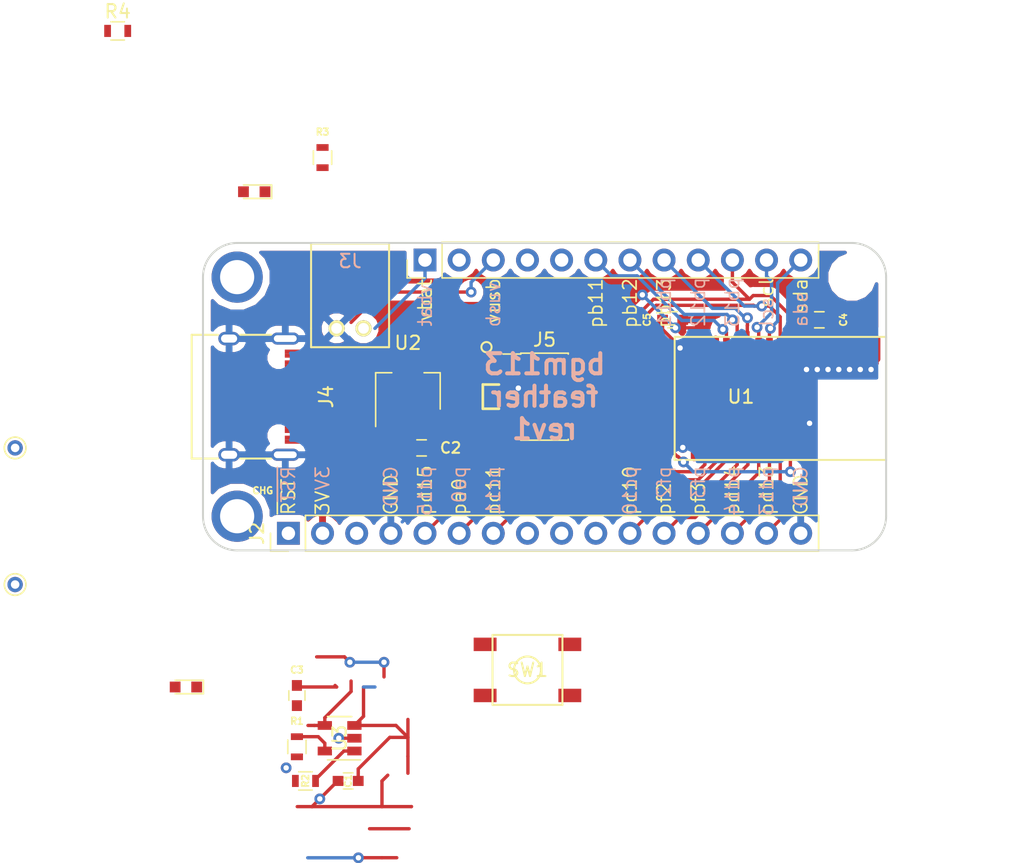
<source format=kicad_pcb>
(kicad_pcb (version 20171130) (host pcbnew 5.0.0-fee4fd1~66~ubuntu18.04.1)

  (general
    (thickness 1.6)
    (drawings 55)
    (tracks 237)
    (zones 0)
    (modules 24)
    (nets 53)
  )

  (page USLetter)
  (layers
    (0 F.Cu signal)
    (31 B.Cu signal)
    (32 B.Adhes user)
    (33 F.Adhes user)
    (34 B.Paste user)
    (35 F.Paste user)
    (36 B.SilkS user hide)
    (37 F.SilkS user)
    (38 B.Mask user)
    (39 F.Mask user)
    (40 Dwgs.User user)
    (41 Cmts.User user)
    (42 Eco1.User user)
    (43 Eco2.User user)
    (44 Edge.Cuts user)
    (45 Margin user)
    (46 B.CrtYd user)
    (47 F.CrtYd user hide)
    (48 B.Fab user)
    (49 F.Fab user hide)
  )

  (setup
    (last_trace_width 0.25)
    (trace_clearance 0.2)
    (zone_clearance 0.508)
    (zone_45_only no)
    (trace_min 0.2)
    (segment_width 0.2)
    (edge_width 0.15)
    (via_size 0.8)
    (via_drill 0.4)
    (via_min_size 0.4)
    (via_min_drill 0.3)
    (uvia_size 0.3)
    (uvia_drill 0.1)
    (uvias_allowed no)
    (uvia_min_size 0.2)
    (uvia_min_drill 0.1)
    (pcb_text_width 0.3)
    (pcb_text_size 1.5 1.5)
    (mod_edge_width 0.15)
    (mod_text_size 1 1)
    (mod_text_width 0.15)
    (pad_size 1.397 1.6)
    (pad_drill 0)
    (pad_to_mask_clearance 0.0508)
    (aux_axis_origin 0 0)
    (visible_elements FFFFFF7F)
    (pcbplotparams
      (layerselection 0x010fc_ffffffff)
      (usegerberextensions false)
      (usegerberattributes false)
      (usegerberadvancedattributes false)
      (creategerberjobfile false)
      (excludeedgelayer true)
      (linewidth 0.100000)
      (plotframeref false)
      (viasonmask false)
      (mode 1)
      (useauxorigin false)
      (hpglpennumber 1)
      (hpglpenspeed 20)
      (hpglpendiameter 15.000000)
      (psnegative false)
      (psa4output false)
      (plotreference true)
      (plotvalue true)
      (plotinvisibletext false)
      (padsonsilk false)
      (subtractmaskfromsilk false)
      (outputformat 1)
      (mirror false)
      (drillshape 1)
      (scaleselection 1)
      (outputdirectory ""))
  )

  (net 0 "")
  (net 1 "Net-(U1-Pad16)")
  (net 2 "Net-(U1-Pad35)")
  (net 3 "Net-(J1-Pad5)")
  (net 4 "Net-(J1-Pad4)")
  (net 5 +3V3)
  (net 6 GND)
  (net 7 /Vbat)
  (net 8 /rst)
  (net 9 /Vusb)
  (net 10 "Net-(R1-Pad1)")
  (net 11 "Net-(D1-Pad1)")
  (net 12 "Net-(R2-Pad2)")
  (net 13 /swdio)
  (net 14 /swdclk)
  (net 15 "Net-(J5-Pad9)")
  (net 16 "Net-(J5-Pad8)")
  (net 17 "Net-(J5-Pad7)")
  (net 18 /sda)
  (net 19 /scl)
  (net 20 /en)
  (net 21 /pd13)
  (net 22 /pd14)
  (net 23 /pf3)
  (net 24 /pf2)
  (net 25 /pc10)
  (net 26 /pc11)
  (net 27 /pd15)
  (net 28 /pa0)
  (net 29 /pb13)
  (net 30 /pb12)
  (net 31 /pb11)
  (net 32 "Net-(J2-Pad3)")
  (net 33 /pf2b)
  (net 34 /pf3b)
  (net 35 /pc11b)
  (net 36 /pc10b)
  (net 37 /pa0b)
  (net 38 /pd15b)
  (net 39 "Net-(J2-Pad10)")
  (net 40 "Net-(J2-Pad9)")
  (net 41 "Net-(J2-Pad8)")
  (net 42 "Net-(D2-Pad1)")
  (net 43 "Net-(C1-Pad1)")
  (net 44 "Net-(J4-PadA6)")
  (net 45 "Net-(J4-PadA5)")
  (net 46 "Net-(J4-PadB8)")
  (net 47 "Net-(J4-PadB7)")
  (net 48 "Net-(J4-PadB5)")
  (net 49 "Net-(J4-PadA8)")
  (net 50 "Net-(J4-PadB6)")
  (net 51 "Net-(J4-PadA7)")
  (net 52 "Net-(U1-Pad33)")

  (net_class Default "This is the default net class."
    (clearance 0.2)
    (trace_width 0.25)
    (via_dia 0.8)
    (via_drill 0.4)
    (uvia_dia 0.3)
    (uvia_drill 0.1)
    (add_net /en)
    (add_net /pa0)
    (add_net /pa0b)
    (add_net /pb11)
    (add_net /pb12)
    (add_net /pb13)
    (add_net /pc10)
    (add_net /pc10b)
    (add_net /pc11)
    (add_net /pc11b)
    (add_net /pd13)
    (add_net /pd14)
    (add_net /pd15)
    (add_net /pd15b)
    (add_net /pf2)
    (add_net /pf2b)
    (add_net /pf3)
    (add_net /pf3b)
    (add_net /rst)
    (add_net /scl)
    (add_net /sda)
    (add_net /swdclk)
    (add_net /swdio)
    (add_net "Net-(C1-Pad1)")
    (add_net "Net-(D1-Pad1)")
    (add_net "Net-(D2-Pad1)")
    (add_net "Net-(J1-Pad4)")
    (add_net "Net-(J1-Pad5)")
    (add_net "Net-(J2-Pad10)")
    (add_net "Net-(J2-Pad3)")
    (add_net "Net-(J2-Pad8)")
    (add_net "Net-(J2-Pad9)")
    (add_net "Net-(J4-PadA5)")
    (add_net "Net-(J4-PadA6)")
    (add_net "Net-(J4-PadA7)")
    (add_net "Net-(J4-PadA8)")
    (add_net "Net-(J4-PadB5)")
    (add_net "Net-(J4-PadB6)")
    (add_net "Net-(J4-PadB7)")
    (add_net "Net-(J4-PadB8)")
    (add_net "Net-(J5-Pad7)")
    (add_net "Net-(J5-Pad8)")
    (add_net "Net-(J5-Pad9)")
    (add_net "Net-(R1-Pad1)")
    (add_net "Net-(R2-Pad2)")
    (add_net "Net-(U1-Pad16)")
    (add_net "Net-(U1-Pad33)")
    (add_net "Net-(U1-Pad35)")
  )

  (net_class PWR ""
    (clearance 0.2)
    (trace_width 0.5)
    (via_dia 0.8)
    (via_drill 0.4)
    (uvia_dia 0.3)
    (uvia_drill 0.1)
    (add_net +3V3)
    (add_net /Vbat)
    (add_net /Vusb)
    (add_net GND)
  )

  (module LEDs:LED_0603 (layer F.Cu) (tedit 5BA0508B) (tstamp 5BA1AD23)
    (at 151.13 93.98 180)
    (descr "LED 0603 smd package")
    (tags "LED led 0603 SMD smd SMT smt smdled SMDLED smtled SMTLED")
    (path /5BAA48D4)
    (attr smd)
    (fp_text reference D2 (at 0 -1.27) (layer F.SilkS) hide
      (effects (font (size 0.5 0.5) (thickness 0.125)))
    )
    (fp_text value LED (at 0 1.35 180) (layer F.Fab) hide
      (effects (font (size 1 1) (thickness 0.15)))
    )
    (fp_line (start -1.3 -0.5) (end -1.3 0.5) (layer F.SilkS) (width 0.12))
    (fp_line (start -0.2 -0.2) (end -0.2 0.2) (layer F.Fab) (width 0.1))
    (fp_line (start -0.15 0) (end 0.15 -0.2) (layer F.Fab) (width 0.1))
    (fp_line (start 0.15 0.2) (end -0.15 0) (layer F.Fab) (width 0.1))
    (fp_line (start 0.15 -0.2) (end 0.15 0.2) (layer F.Fab) (width 0.1))
    (fp_line (start 0.8 0.4) (end -0.8 0.4) (layer F.Fab) (width 0.1))
    (fp_line (start 0.8 -0.4) (end 0.8 0.4) (layer F.Fab) (width 0.1))
    (fp_line (start -0.8 -0.4) (end 0.8 -0.4) (layer F.Fab) (width 0.1))
    (fp_line (start -0.8 0.4) (end -0.8 -0.4) (layer F.Fab) (width 0.1))
    (fp_line (start -1.3 0.5) (end 0.8 0.5) (layer F.SilkS) (width 0.12))
    (fp_line (start -1.3 -0.5) (end 0.8 -0.5) (layer F.SilkS) (width 0.12))
    (fp_line (start 1.45 -0.65) (end 1.45 0.65) (layer F.CrtYd) (width 0.05))
    (fp_line (start 1.45 0.65) (end -1.45 0.65) (layer F.CrtYd) (width 0.05))
    (fp_line (start -1.45 0.65) (end -1.45 -0.65) (layer F.CrtYd) (width 0.05))
    (fp_line (start -1.45 -0.65) (end 1.45 -0.65) (layer F.CrtYd) (width 0.05))
    (pad 2 smd rect (at 0.8 0) (size 0.8 0.8) (layers F.Cu F.Paste F.Mask)
      (net 5 +3V3))
    (pad 1 smd rect (at -0.8 0) (size 0.8 0.8) (layers F.Cu F.Paste F.Mask)
      (net 42 "Net-(D2-Pad1)"))
    (model ${KISYS3DMOD}/LED_SMD.3dshapes/LED_0603_1608Metric.step
      (at (xyz 0 0 0))
      (scale (xyz 1 1 1))
      (rotate (xyz 0 0 0))
    )
  )

  (module Daniel:E_SWITCH (layer F.Cu) (tedit 5BA03F7F) (tstamp 5BA10E87)
    (at 171.45 129.54 180)
    (descr TL3342F160QG)
    (tags E-SWITCH)
    (path /5BA9377D)
    (autoplace_cost180 10)
    (fp_text reference SW1 (at 0 0 180) (layer F.SilkS)
      (effects (font (size 1 1) (thickness 0.15)))
    )
    (fp_text value E_SWITCH (at 0 0 180) (layer F.SilkS) hide
      (effects (font (size 1 1) (thickness 0.15)))
    )
    (fp_line (start 2.6 0) (end 2.6 -2.6) (layer F.SilkS) (width 0.15))
    (fp_line (start 2.6 -2.6) (end -2.6 -2.6) (layer F.SilkS) (width 0.15))
    (fp_line (start -2.6 -2.6) (end -2.6 2.6) (layer F.SilkS) (width 0.15))
    (fp_line (start -2.6 2.6) (end 2.6 2.6) (layer F.SilkS) (width 0.15))
    (fp_line (start 2.6 2.6) (end 2.6 0) (layer F.SilkS) (width 0.15))
    (fp_circle (center 0 0) (end 1 0) (layer F.SilkS) (width 0.15))
    (pad 1 smd rect (at -3.15 1.9 180) (size 1.7 1) (layers F.Cu F.Paste F.Mask)
      (net 6 GND))
    (pad 2 smd rect (at 3.15 1.9 180) (size 1.7 1) (layers F.Cu F.Paste F.Mask)
      (net 6 GND))
    (pad 3 smd rect (at -3.15 -1.9 180) (size 1.7 1) (layers F.Cu F.Paste F.Mask)
      (net 8 /rst))
    (pad 4 smd rect (at 3.15 -1.9 180) (size 1.7 1) (layers F.Cu F.Paste F.Mask)
      (net 8 /rst))
    (model Discret/SW_PUSH.wrl
      (at (xyz 0 0 0))
      (scale (xyz 1 1 1))
      (rotate (xyz 0 0 0))
    )
    (model ${KISYS3DMOD}/Button_Switch_SMD.3dshapes/SW_SPST_TL3342.step
      (at (xyz 0 0 0))
      (scale (xyz 1 1 1))
      (rotate (xyz 0 0 0))
    )
  )

  (module Pin_Headers:Pin_Header_Straight_2x05_Pitch1.27mm_SMD (layer F.Cu) (tedit 5B9F0F36) (tstamp 5BA11402)
    (at 172.72 109.22)
    (descr "surface-mounted straight pin header, 2x05, 1.27mm pitch, double rows")
    (tags "Surface mounted pin header SMD 2x05 1.27mm double row")
    (path /5BA0AE90)
    (attr smd)
    (fp_text reference J5 (at 0 -4.235) (layer F.SilkS)
      (effects (font (size 1 1) (thickness 0.15)))
    )
    (fp_text value Conn_ARM_JTAG_SWD_10 (at 0 4.235) (layer F.Fab) hide
      (effects (font (size 1 1) (thickness 0.15)))
    )
    (fp_line (start 1.705 3.175) (end -1.705 3.175) (layer F.Fab) (width 0.1))
    (fp_line (start -1.27 -3.175) (end 1.705 -3.175) (layer F.Fab) (width 0.1))
    (fp_line (start -1.705 3.175) (end -1.705 -2.74) (layer F.Fab) (width 0.1))
    (fp_line (start -1.705 -2.74) (end -1.27 -3.175) (layer F.Fab) (width 0.1))
    (fp_line (start 1.705 -3.175) (end 1.705 3.175) (layer F.Fab) (width 0.1))
    (fp_line (start -1.705 -2.74) (end -2.75 -2.74) (layer F.Fab) (width 0.1))
    (fp_line (start -2.75 -2.74) (end -2.75 -2.34) (layer F.Fab) (width 0.1))
    (fp_line (start -2.75 -2.34) (end -1.705 -2.34) (layer F.Fab) (width 0.1))
    (fp_line (start 1.705 -2.74) (end 2.75 -2.74) (layer F.Fab) (width 0.1))
    (fp_line (start 2.75 -2.74) (end 2.75 -2.34) (layer F.Fab) (width 0.1))
    (fp_line (start 2.75 -2.34) (end 1.705 -2.34) (layer F.Fab) (width 0.1))
    (fp_line (start -1.705 -1.47) (end -2.75 -1.47) (layer F.Fab) (width 0.1))
    (fp_line (start -2.75 -1.47) (end -2.75 -1.07) (layer F.Fab) (width 0.1))
    (fp_line (start -2.75 -1.07) (end -1.705 -1.07) (layer F.Fab) (width 0.1))
    (fp_line (start 1.705 -1.47) (end 2.75 -1.47) (layer F.Fab) (width 0.1))
    (fp_line (start 2.75 -1.47) (end 2.75 -1.07) (layer F.Fab) (width 0.1))
    (fp_line (start 2.75 -1.07) (end 1.705 -1.07) (layer F.Fab) (width 0.1))
    (fp_line (start -1.705 -0.2) (end -2.75 -0.2) (layer F.Fab) (width 0.1))
    (fp_line (start -2.75 -0.2) (end -2.75 0.2) (layer F.Fab) (width 0.1))
    (fp_line (start -2.75 0.2) (end -1.705 0.2) (layer F.Fab) (width 0.1))
    (fp_line (start 1.705 -0.2) (end 2.75 -0.2) (layer F.Fab) (width 0.1))
    (fp_line (start 2.75 -0.2) (end 2.75 0.2) (layer F.Fab) (width 0.1))
    (fp_line (start 2.75 0.2) (end 1.705 0.2) (layer F.Fab) (width 0.1))
    (fp_line (start -1.705 1.07) (end -2.75 1.07) (layer F.Fab) (width 0.1))
    (fp_line (start -2.75 1.07) (end -2.75 1.47) (layer F.Fab) (width 0.1))
    (fp_line (start -2.75 1.47) (end -1.705 1.47) (layer F.Fab) (width 0.1))
    (fp_line (start 1.705 1.07) (end 2.75 1.07) (layer F.Fab) (width 0.1))
    (fp_line (start 2.75 1.07) (end 2.75 1.47) (layer F.Fab) (width 0.1))
    (fp_line (start 2.75 1.47) (end 1.705 1.47) (layer F.Fab) (width 0.1))
    (fp_line (start -1.705 2.34) (end -2.75 2.34) (layer F.Fab) (width 0.1))
    (fp_line (start -2.75 2.34) (end -2.75 2.74) (layer F.Fab) (width 0.1))
    (fp_line (start -2.75 2.74) (end -1.705 2.74) (layer F.Fab) (width 0.1))
    (fp_line (start 1.705 2.34) (end 2.75 2.34) (layer F.Fab) (width 0.1))
    (fp_line (start 2.75 2.34) (end 2.75 2.74) (layer F.Fab) (width 0.1))
    (fp_line (start 2.75 2.74) (end 1.705 2.74) (layer F.Fab) (width 0.1))
    (fp_line (start -1.765 -3.235) (end 1.765 -3.235) (layer F.SilkS) (width 0.12))
    (fp_line (start -1.765 3.235) (end 1.765 3.235) (layer F.SilkS) (width 0.12))
    (fp_line (start -3.09 -3.17) (end -1.765 -3.17) (layer F.SilkS) (width 0.12))
    (fp_line (start -1.765 -3.235) (end -1.765 -3.17) (layer F.SilkS) (width 0.12))
    (fp_line (start 1.765 -3.235) (end 1.765 -3.17) (layer F.SilkS) (width 0.12))
    (fp_line (start -1.765 3.17) (end -1.765 3.235) (layer F.SilkS) (width 0.12))
    (fp_line (start 1.765 3.17) (end 1.765 3.235) (layer F.SilkS) (width 0.12))
    (fp_line (start -4.3 -3.7) (end -4.3 3.7) (layer F.CrtYd) (width 0.05))
    (fp_line (start -4.3 3.7) (end 4.3 3.7) (layer F.CrtYd) (width 0.05))
    (fp_line (start 4.3 3.7) (end 4.3 -3.7) (layer F.CrtYd) (width 0.05))
    (fp_line (start 4.3 -3.7) (end -4.3 -3.7) (layer F.CrtYd) (width 0.05))
    (fp_text user %R (at 0 0 90) (layer F.Fab)
      (effects (font (size 1 1) (thickness 0.15)))
    )
    (fp_circle (center -4.318 -3.683) (end -4.699 -3.683) (layer F.SilkS) (width 0.15))
    (pad 1 smd rect (at -1.95 -2.54) (size 2.4 0.74) (layers F.Cu F.Paste F.Mask)
      (net 5 +3V3))
    (pad 2 smd rect (at 1.95 -2.54) (size 2.4 0.74) (layers F.Cu F.Paste F.Mask)
      (net 13 /swdio))
    (pad 3 smd rect (at -1.95 -1.27) (size 2.4 0.74) (layers F.Cu F.Paste F.Mask)
      (net 6 GND))
    (pad 4 smd rect (at 1.95 -1.27) (size 2.4 0.74) (layers F.Cu F.Paste F.Mask)
      (net 14 /swdclk))
    (pad 5 smd rect (at -1.95 0) (size 2.4 0.74) (layers F.Cu F.Paste F.Mask)
      (net 6 GND))
    (pad 6 smd rect (at 1.95 0) (size 2.4 0.74) (layers F.Cu F.Paste F.Mask)
      (net 33 /pf2b))
    (pad 7 smd rect (at -1.95 1.27) (size 2.4 0.74) (layers F.Cu F.Paste F.Mask)
      (net 17 "Net-(J5-Pad7)"))
    (pad 8 smd rect (at 1.95 1.27) (size 2.4 0.74) (layers F.Cu F.Paste F.Mask)
      (net 16 "Net-(J5-Pad8)"))
    (pad 9 smd rect (at -1.95 2.54) (size 2.4 0.74) (layers F.Cu F.Paste F.Mask)
      (net 15 "Net-(J5-Pad9)"))
    (pad 10 smd rect (at 1.95 2.54) (size 2.4 0.74) (layers F.Cu F.Paste F.Mask)
      (net 8 /rst))
    (model ${KISYS3DMOD}/Pin_Headers.3dshapes/Pin_Header_Straight_2x05_Pitch1.27mm_SMD.wrl
      (at (xyz 0 0 0))
      (scale (xyz 1 1 1))
      (rotate (xyz 0 0 0))
    )
    (model ${KISYS3DMOD}/Connector_PinHeader_1.27mm.3dshapes/PinHeader_2x05_P1.27mm_Vertical_SMD.step
      (at (xyz 0 0 0))
      (scale (xyz 1 1 1))
      (rotate (xyz 0 0 0))
    )
  )

  (module Daniel:JST-S2B-PH (layer F.Cu) (tedit 569ACA8A) (tstamp 5BA1D30C)
    (at 158.258 104.14)
    (path /5B9E9949)
    (fp_text reference J3 (at 0 -5) (layer B.SilkS)
      (effects (font (size 1 1) (thickness 0.15)) (justify mirror))
    )
    (fp_text value BAT (at 0 -10 180) (layer F.SilkS) hide
      (effects (font (size 1 1) (thickness 0.15)))
    )
    (fp_line (start 2.9 1.4) (end 2.9 0) (layer F.SilkS) (width 0.15))
    (fp_line (start -2.9 1.4) (end 2.9 1.4) (layer F.SilkS) (width 0.15))
    (fp_line (start -2.9 0) (end -2.9 1.4) (layer F.SilkS) (width 0.15))
    (fp_line (start -2.9 -6.3) (end -2.9 0) (layer F.SilkS) (width 0.15))
    (fp_line (start 2.9 -6.3) (end -2.9 -6.3) (layer F.SilkS) (width 0.15))
    (fp_line (start 2.9 0) (end 2.9 -6.3) (layer F.SilkS) (width 0.15))
    (pad 1 thru_hole circle (at 1 0) (size 1.2 1.2) (drill 0.8) (layers *.Cu *.Mask F.SilkS)
      (net 7 /Vbat))
    (pad 2 thru_hole circle (at -1 0) (size 1.2 1.2) (drill 0.8) (layers *.Cu *.Mask F.SilkS)
      (net 6 GND))
    (model ${KISYS3DMOD}/Connector_JST.3dshapes/JST_PH_S2B-PH-K_1x02_P2.00mm_Horizontal.step
      (offset (xyz 1.015999984741211 0 0))
      (scale (xyz 1 1 1))
      (rotate (xyz 0 0 180))
    )
  )

  (module Daniel:BGM113 (layer F.Cu) (tedit 5B9D99B5) (tstamp 5B9DC6C6)
    (at 198.12 104.775 270)
    (path /5B9E879F)
    (attr smd)
    (fp_text reference U1 (at 4.445 10.795) (layer F.SilkS)
      (effects (font (size 1 1) (thickness 0.15)))
    )
    (fp_text value BGM113 (at 3.9 7.175 180) (layer F.Fab)
      (effects (font (size 1 1) (thickness 0.15)))
    )
    (fp_line (start 9.15 15.725) (end 0 15.725) (layer F.SilkS) (width 0.15))
    (fp_line (start 9.15 0) (end 0 0) (layer F.SilkS) (width 0.15))
    (fp_line (start 9.15 0) (end 9.15 15.725) (layer F.SilkS) (width 0.15))
    (fp_line (start 0 15.725) (end 0 0) (layer F.SilkS) (width 0.15))
    (pad 1 smd oval (at 0.9 0.675 270) (size 2 0.5) (layers F.Cu F.Paste F.Mask)
      (net 6 GND))
    (pad 2 smd oval (at 0.9 1.475 270) (size 2 0.5) (layers F.Cu F.Paste F.Mask)
      (net 6 GND))
    (pad 3 smd oval (at 0.9 2.275 270) (size 2 0.5) (layers F.Cu F.Paste F.Mask)
      (net 6 GND))
    (pad 4 smd oval (at 0.9 3.075 270) (size 2 0.5) (layers F.Cu F.Paste F.Mask)
      (net 6 GND))
    (pad 5 smd oval (at 0.9 3.875 270) (size 2 0.5) (layers F.Cu F.Paste F.Mask)
      (net 6 GND))
    (pad 6 smd oval (at 0.9 4.675 270) (size 2 0.5) (layers F.Cu F.Paste F.Mask)
      (net 6 GND))
    (pad 7 smd oval (at 0.9 5.475 270) (size 2 0.5) (layers F.Cu F.Paste F.Mask)
      (net 6 GND))
    (pad 8 smd oval (at 0.9 6.275 270) (size 2 0.5) (layers F.Cu F.Paste F.Mask)
      (net 5 +3V3))
    (pad 9 smd oval (at 0.9 7.075 270) (size 2 0.5) (layers F.Cu F.Paste F.Mask)
      (net 13 /swdio))
    (pad 10 smd oval (at 0.9 7.875 270) (size 2 0.5) (layers F.Cu F.Paste F.Mask)
      (net 14 /swdclk))
    (pad 11 smd oval (at 0.9 8.675 270) (size 2 0.5) (layers F.Cu F.Paste F.Mask)
      (net 18 /sda))
    (pad 12 smd oval (at 0.9 9.475 270) (size 2 0.5) (layers F.Cu F.Paste F.Mask)
      (net 19 /scl))
    (pad 13 smd oval (at 0.9 10.275 270) (size 2 0.5) (layers F.Cu F.Paste F.Mask)
      (net 29 /pb13))
    (pad 14 smd oval (at 0.9 11.075 270) (size 2 0.5) (layers F.Cu F.Paste F.Mask)
      (net 30 /pb12))
    (pad 15 smd oval (at 0.9 11.875 270) (size 2 0.5) (layers F.Cu F.Paste F.Mask)
      (net 31 /pb11))
    (pad 16 smd oval (at 0.9 12.675 270) (size 2 0.5) (layers F.Cu F.Paste F.Mask)
      (net 1 "Net-(U1-Pad16)"))
    (pad 17 smd oval (at 0.9 13.475 270) (size 2 0.5) (layers F.Cu F.Paste F.Mask)
      (net 5 +3V3))
    (pad 18 smd oval (at 0.9 14.275 270) (size 2 0.5) (layers F.Cu F.Paste F.Mask)
      (net 6 GND))
    (pad 19 smd oval (at 2.575 14.825) (size 2 0.5) (layers F.Cu F.Paste F.Mask)
      (net 33 /pf2b))
    (pad 20 smd oval (at 3.375 14.825) (size 2 0.5) (layers F.Cu F.Paste F.Mask)
      (net 34 /pf3b))
    (pad 21 smd oval (at 4.175 14.825) (size 2 0.5) (layers F.Cu F.Paste F.Mask)
      (net 35 /pc11b))
    (pad 22 smd oval (at 4.975 14.825) (size 2 0.5) (layers F.Cu F.Paste F.Mask)
      (net 36 /pc10b))
    (pad 23 smd oval (at 5.775 14.825) (size 2 0.5) (layers F.Cu F.Paste F.Mask)
      (net 37 /pa0b))
    (pad 24 smd oval (at 6.575 14.825) (size 2 0.5) (layers F.Cu F.Paste F.Mask)
      (net 38 /pd15b))
    (pad 25 smd oval (at 8.25 14.275 270) (size 2 0.5) (layers F.Cu F.Paste F.Mask)
      (net 6 GND))
    (pad 26 smd oval (at 8.25 13.475 270) (size 2 0.5) (layers F.Cu F.Paste F.Mask)
      (net 27 /pd15))
    (pad 27 smd oval (at 8.25 12.675 270) (size 2 0.5) (layers F.Cu F.Paste F.Mask)
      (net 28 /pa0))
    (pad 28 smd oval (at 8.25 11.875 270) (size 2 0.5) (layers F.Cu F.Paste F.Mask)
      (net 26 /pc11))
    (pad 29 smd oval (at 8.25 11.075 270) (size 2 0.5) (layers F.Cu F.Paste F.Mask)
      (net 25 /pc10))
    (pad 30 smd oval (at 8.25 10.275 270) (size 2 0.5) (layers F.Cu F.Paste F.Mask)
      (net 24 /pf2))
    (pad 31 smd oval (at 8.25 9.475 270) (size 2 0.5) (layers F.Cu F.Paste F.Mask)
      (net 23 /pf3))
    (pad 32 smd oval (at 8.25 8.675 270) (size 2 0.5) (layers F.Cu F.Paste F.Mask)
      (net 22 /pd14))
    (pad 33 smd oval (at 8.25 7.875 270) (size 2 0.5) (layers F.Cu F.Paste F.Mask)
      (net 52 "Net-(U1-Pad33)"))
    (pad 34 smd oval (at 8.25 7.075 270) (size 2 0.5) (layers F.Cu F.Paste F.Mask)
      (net 8 /rst))
    (pad 35 smd oval (at 8.25 6.275 270) (size 2 0.5) (layers F.Cu F.Paste F.Mask)
      (net 2 "Net-(U1-Pad35)"))
    (pad 36 smd oval (at 8.25 5.475 270) (size 2 0.5) (layers F.Cu F.Paste F.Mask)
      (net 6 GND))
  )

  (module TO_SOT_Packages_SMD:SOT-89-3 (layer F.Cu) (tedit 5BA03EEF) (tstamp 5BA20EA6)
    (at 162.56 109.22 90)
    (descr SOT-89-3)
    (tags SOT-89-3)
    (path /5B9EFEC3)
    (attr smd)
    (fp_text reference U2 (at 4.0005 0) (layer F.SilkS)
      (effects (font (size 1 1) (thickness 0.15)))
    )
    (fp_text value MCP1703A (at 12.7 0 180) (layer F.Fab) hide
      (effects (font (size 1 1) (thickness 0.15)))
    )
    (fp_line (start -2.48 2.55) (end -2.48 -2.55) (layer F.CrtYd) (width 0.05))
    (fp_line (start -2.48 2.55) (end 3.23 2.55) (layer F.CrtYd) (width 0.05))
    (fp_line (start 3.23 -2.55) (end -2.48 -2.55) (layer F.CrtYd) (width 0.05))
    (fp_line (start 3.23 -2.55) (end 3.23 2.55) (layer F.CrtYd) (width 0.05))
    (fp_line (start -0.13 -2.3) (end 1.68 -2.3) (layer F.Fab) (width 0.1))
    (fp_line (start -0.92 2.3) (end -0.92 -1.51) (layer F.Fab) (width 0.1))
    (fp_line (start 1.68 2.3) (end -0.92 2.3) (layer F.Fab) (width 0.1))
    (fp_line (start 1.68 -2.3) (end 1.68 2.3) (layer F.Fab) (width 0.1))
    (fp_line (start -0.92 -1.51) (end -0.13 -2.3) (layer F.Fab) (width 0.1))
    (fp_line (start 1.78 -2.4) (end 1.78 -1.2) (layer F.SilkS) (width 0.12))
    (fp_line (start -2.22 -2.4) (end 1.78 -2.4) (layer F.SilkS) (width 0.12))
    (fp_line (start 1.78 2.4) (end -0.92 2.4) (layer F.SilkS) (width 0.12))
    (fp_line (start 1.78 1.2) (end 1.78 2.4) (layer F.SilkS) (width 0.12))
    (fp_text user %R (at 0.38 0 180) (layer F.Fab)
      (effects (font (size 0.6 0.6) (thickness 0.09)))
    )
    (pad 2 smd trapezoid (at -0.0762 0 180) (size 1.5 1) (rect_delta 0 0.7 ) (layers F.Cu F.Paste F.Mask)
      (net 43 "Net-(C1-Pad1)"))
    (pad 2 smd rect (at 1.3335 0) (size 2.2 1.84) (layers F.Cu F.Paste F.Mask)
      (net 43 "Net-(C1-Pad1)"))
    (pad 3 smd rect (at -1.48 1.5) (size 1 1.5) (layers F.Cu F.Paste F.Mask)
      (net 5 +3V3))
    (pad 2 smd rect (at -1.3335 0) (size 1 1.8) (layers F.Cu F.Paste F.Mask)
      (net 43 "Net-(C1-Pad1)"))
    (pad 1 smd rect (at -1.48 -1.5) (size 1 1.5) (layers F.Cu F.Paste F.Mask)
      (net 6 GND))
    (pad 2 smd trapezoid (at 2.667 0) (size 1.6 0.85) (rect_delta 0 0.6 ) (layers F.Cu F.Paste F.Mask)
      (net 43 "Net-(C1-Pad1)"))
    (model ${KISYS3DMOD}/TO_SOT_Packages_SMD.3dshapes/SOT-89-3.wrl
      (at (xyz 0 0 0))
      (scale (xyz 1 1 1))
      (rotate (xyz 0 0 0))
    )
    (model ${KISYS3DMOD}/Package_TO_SOT_SMD.3dshapes/SOT-89-3.step
      (at (xyz 0 0 0))
      (scale (xyz 1 1 1))
      (rotate (xyz 0 0 0))
    )
  )

  (module Mounting_Holes:MountingHole_2.5mm (layer F.Cu) (tedit 5B9EC115) (tstamp 5B9F16B0)
    (at 195.58 118.11)
    (descr "Mounting Hole 2.5mm, no annular")
    (tags "mounting hole 2.5mm no annular")
    (path /5BA09AB8)
    (attr virtual)
    (fp_text reference MH2 (at 0 -3.5) (layer F.SilkS) hide
      (effects (font (size 1 1) (thickness 0.15)))
    )
    (fp_text value MountingHole (at 7.62 3.5) (layer F.Fab)
      (effects (font (size 1 1) (thickness 0.15)))
    )
    (fp_text user %R (at 0.3 0) (layer F.Fab)
      (effects (font (size 1 1) (thickness 0.15)))
    )
    (fp_circle (center 0 0) (end 2.5 0) (layer Cmts.User) (width 0.15))
    (fp_circle (center 0 0) (end 2.75 0) (layer F.CrtYd) (width 0.05))
    (pad 1 np_thru_hole circle (at 0 0) (size 2.5 2.5) (drill 2.5) (layers *.Cu *.Mask))
  )

  (module Mounting_Holes:MountingHole_2.5mm (layer F.Cu) (tedit 5B9EC111) (tstamp 5B9F16A8)
    (at 195.58 100.33)
    (descr "Mounting Hole 2.5mm, no annular")
    (tags "mounting hole 2.5mm no annular")
    (path /5BA096E8)
    (attr virtual)
    (fp_text reference MH1 (at 0 -3.5) (layer F.SilkS) hide
      (effects (font (size 1 1) (thickness 0.15)))
    )
    (fp_text value MountingHole (at 8.255 -3.81) (layer F.Fab)
      (effects (font (size 1 1) (thickness 0.15)))
    )
    (fp_circle (center 0 0) (end 2.75 0) (layer F.CrtYd) (width 0.05))
    (fp_circle (center 0 0) (end 2.5 0) (layer Cmts.User) (width 0.15))
    (fp_text user %R (at 0.3 0) (layer F.Fab)
      (effects (font (size 1 1) (thickness 0.15)))
    )
    (pad 1 np_thru_hole circle (at 0 0) (size 2.5 2.5) (drill 2.5) (layers *.Cu *.Mask))
  )

  (module LEDs:LED_0603 (layer F.Cu) (tedit 5BA05025) (tstamp 5BA1EAE7)
    (at 146.05 130.81 180)
    (descr "LED 0603 smd package")
    (tags "LED led 0603 SMD smd SMT smt smdled SMDLED smtled SMTLED")
    (path /5BA064A3)
    (attr smd)
    (fp_text reference D1 (at -2.032 0) (layer F.SilkS) hide
      (effects (font (size 0.5 0.5) (thickness 0.125)))
    )
    (fp_text value LED (at 0 1.35 180) (layer F.Fab) hide
      (effects (font (size 1 1) (thickness 0.15)))
    )
    (fp_line (start -1.45 -0.65) (end 1.45 -0.65) (layer F.CrtYd) (width 0.05))
    (fp_line (start -1.45 0.65) (end -1.45 -0.65) (layer F.CrtYd) (width 0.05))
    (fp_line (start 1.45 0.65) (end -1.45 0.65) (layer F.CrtYd) (width 0.05))
    (fp_line (start 1.45 -0.65) (end 1.45 0.65) (layer F.CrtYd) (width 0.05))
    (fp_line (start -1.3 -0.5) (end 0.8 -0.5) (layer F.SilkS) (width 0.12))
    (fp_line (start -1.3 0.5) (end 0.8 0.5) (layer F.SilkS) (width 0.12))
    (fp_line (start -0.8 0.4) (end -0.8 -0.4) (layer F.Fab) (width 0.1))
    (fp_line (start -0.8 -0.4) (end 0.8 -0.4) (layer F.Fab) (width 0.1))
    (fp_line (start 0.8 -0.4) (end 0.8 0.4) (layer F.Fab) (width 0.1))
    (fp_line (start 0.8 0.4) (end -0.8 0.4) (layer F.Fab) (width 0.1))
    (fp_line (start 0.15 -0.2) (end 0.15 0.2) (layer F.Fab) (width 0.1))
    (fp_line (start 0.15 0.2) (end -0.15 0) (layer F.Fab) (width 0.1))
    (fp_line (start -0.15 0) (end 0.15 -0.2) (layer F.Fab) (width 0.1))
    (fp_line (start -0.2 -0.2) (end -0.2 0.2) (layer F.Fab) (width 0.1))
    (fp_line (start -1.3 -0.5) (end -1.3 0.5) (layer F.SilkS) (width 0.12))
    (pad 1 smd rect (at -0.8 0) (size 0.8 0.8) (layers F.Cu F.Paste F.Mask)
      (net 11 "Net-(D1-Pad1)"))
    (pad 2 smd rect (at 0.8 0) (size 0.8 0.8) (layers F.Cu F.Paste F.Mask)
      (net 9 /Vusb))
    (model ${KISYS3DMOD}/LED_SMD.3dshapes/LED_0603_1608Metric.step
      (at (xyz 0 0 0))
      (scale (xyz 1 1 1))
      (rotate (xyz 0 0 0))
    )
  )

  (module Resistors_SMD:R_0603 (layer F.Cu) (tedit 5BA0546B) (tstamp 5B9F37EF)
    (at 154.94 137.795)
    (descr "Resistor SMD 0603, reflow soldering, Vishay (see dcrcw.pdf)")
    (tags "resistor 0603")
    (path /5BA0753B)
    (attr smd)
    (fp_text reference R2 (at 0 0 90) (layer F.SilkS)
      (effects (font (size 0.5 0.5) (thickness 0.125)))
    )
    (fp_text value 470 (at 3.175 0) (layer F.Fab) hide
      (effects (font (size 1 1) (thickness 0.15)))
    )
    (fp_text user %R (at 0 0) (layer F.Fab)
      (effects (font (size 0.4 0.4) (thickness 0.075)))
    )
    (fp_line (start -0.8 0.4) (end -0.8 -0.4) (layer F.Fab) (width 0.1))
    (fp_line (start 0.8 0.4) (end -0.8 0.4) (layer F.Fab) (width 0.1))
    (fp_line (start 0.8 -0.4) (end 0.8 0.4) (layer F.Fab) (width 0.1))
    (fp_line (start -0.8 -0.4) (end 0.8 -0.4) (layer F.Fab) (width 0.1))
    (fp_line (start 0.5 0.68) (end -0.5 0.68) (layer F.SilkS) (width 0.12))
    (fp_line (start -0.5 -0.68) (end 0.5 -0.68) (layer F.SilkS) (width 0.12))
    (fp_line (start -1.25 -0.7) (end 1.25 -0.7) (layer F.CrtYd) (width 0.05))
    (fp_line (start -1.25 -0.7) (end -1.25 0.7) (layer F.CrtYd) (width 0.05))
    (fp_line (start 1.25 0.7) (end 1.25 -0.7) (layer F.CrtYd) (width 0.05))
    (fp_line (start 1.25 0.7) (end -1.25 0.7) (layer F.CrtYd) (width 0.05))
    (pad 1 smd rect (at -0.75 0) (size 0.5 0.9) (layers F.Cu F.Paste F.Mask)
      (net 11 "Net-(D1-Pad1)"))
    (pad 2 smd rect (at 0.75 0) (size 0.5 0.9) (layers F.Cu F.Paste F.Mask)
      (net 12 "Net-(R2-Pad2)"))
    (model ${KISYS3DMOD}/Resistors_SMD.3dshapes/R_0603.wrl
      (at (xyz 0 0 0))
      (scale (xyz 1 1 1))
      (rotate (xyz 0 0 0))
    )
  )

  (module Resistors_SMD:R_0603 (layer F.Cu) (tedit 5BA050E4) (tstamp 5B9F0534)
    (at 154.305 135.255 270)
    (descr "Resistor SMD 0603, reflow soldering, Vishay (see dcrcw.pdf)")
    (tags "resistor 0603")
    (path /5B9F2CDA)
    (attr smd)
    (fp_text reference R1 (at -1.905 0 180) (layer F.SilkS)
      (effects (font (size 0.5 0.5) (thickness 0.125)))
    )
    (fp_text value 10k (at 2.54 0 270) (layer F.Fab) hide
      (effects (font (size 1 1) (thickness 0.15)))
    )
    (fp_line (start 1.25 0.7) (end -1.25 0.7) (layer F.CrtYd) (width 0.05))
    (fp_line (start 1.25 0.7) (end 1.25 -0.7) (layer F.CrtYd) (width 0.05))
    (fp_line (start -1.25 -0.7) (end -1.25 0.7) (layer F.CrtYd) (width 0.05))
    (fp_line (start -1.25 -0.7) (end 1.25 -0.7) (layer F.CrtYd) (width 0.05))
    (fp_line (start -0.5 -0.68) (end 0.5 -0.68) (layer F.SilkS) (width 0.12))
    (fp_line (start 0.5 0.68) (end -0.5 0.68) (layer F.SilkS) (width 0.12))
    (fp_line (start -0.8 -0.4) (end 0.8 -0.4) (layer F.Fab) (width 0.1))
    (fp_line (start 0.8 -0.4) (end 0.8 0.4) (layer F.Fab) (width 0.1))
    (fp_line (start 0.8 0.4) (end -0.8 0.4) (layer F.Fab) (width 0.1))
    (fp_line (start -0.8 0.4) (end -0.8 -0.4) (layer F.Fab) (width 0.1))
    (fp_text user %R (at 0 0 270) (layer F.Fab)
      (effects (font (size 0.4 0.4) (thickness 0.075)))
    )
    (pad 2 smd rect (at 0.75 0 270) (size 0.5 0.9) (layers F.Cu F.Paste F.Mask)
      (net 6 GND))
    (pad 1 smd rect (at -0.75 0 270) (size 0.5 0.9) (layers F.Cu F.Paste F.Mask)
      (net 10 "Net-(R1-Pad1)"))
    (model ${KISYS3DMOD}/Resistors_SMD.3dshapes/R_0603.wrl
      (at (xyz 0 0 0))
      (scale (xyz 1 1 1))
      (rotate (xyz 0 0 0))
    )
  )

  (module Capacitors_SMD:C_0603 (layer F.Cu) (tedit 5BA050DB) (tstamp 5BA23016)
    (at 154.305 131.445 90)
    (descr "Capacitor SMD 0603, reflow soldering, AVX (see smccp.pdf)")
    (tags "capacitor 0603")
    (path /5B9FE2E4)
    (attr smd)
    (fp_text reference C3 (at 1.905 0) (layer F.SilkS)
      (effects (font (size 0.5 0.5) (thickness 0.125)))
    )
    (fp_text value 4.7uF (at 0 1.5 90) (layer F.Fab) hide
      (effects (font (size 1 1) (thickness 0.15)))
    )
    (fp_text user %R (at 0 0 90) (layer F.Fab)
      (effects (font (size 0.3 0.3) (thickness 0.075)))
    )
    (fp_line (start -0.8 0.4) (end -0.8 -0.4) (layer F.Fab) (width 0.1))
    (fp_line (start 0.8 0.4) (end -0.8 0.4) (layer F.Fab) (width 0.1))
    (fp_line (start 0.8 -0.4) (end 0.8 0.4) (layer F.Fab) (width 0.1))
    (fp_line (start -0.8 -0.4) (end 0.8 -0.4) (layer F.Fab) (width 0.1))
    (fp_line (start -0.35 -0.6) (end 0.35 -0.6) (layer F.SilkS) (width 0.12))
    (fp_line (start 0.35 0.6) (end -0.35 0.6) (layer F.SilkS) (width 0.12))
    (fp_line (start -1.4 -0.65) (end 1.4 -0.65) (layer F.CrtYd) (width 0.05))
    (fp_line (start -1.4 -0.65) (end -1.4 0.65) (layer F.CrtYd) (width 0.05))
    (fp_line (start 1.4 0.65) (end 1.4 -0.65) (layer F.CrtYd) (width 0.05))
    (fp_line (start 1.4 0.65) (end -1.4 0.65) (layer F.CrtYd) (width 0.05))
    (pad 1 smd rect (at -0.75 0 90) (size 0.8 0.75) (layers F.Cu F.Paste F.Mask)
      (net 9 /Vusb))
    (pad 2 smd rect (at 0.75 0 90) (size 0.8 0.75) (layers F.Cu F.Paste F.Mask)
      (net 6 GND))
    (model Capacitors_SMD.3dshapes/C_0603.wrl
      (at (xyz 0 0 0))
      (scale (xyz 1 1 1))
      (rotate (xyz 0 0 0))
    )
  )

  (module Pin_Headers:Pin_Header_Straight_1x12_Pitch2.54mm (layer F.Cu) (tedit 5B9F0D8A) (tstamp 5B9DEE5B)
    (at 163.83 99.06 90)
    (descr "Through hole straight pin header, 1x12, 2.54mm pitch, single row")
    (tags "Through hole pin header THT 1x12 2.54mm single row")
    (path /5B9E8AB8)
    (fp_text reference J1 (at 0 -2.33 90) (layer F.SilkS) hide
      (effects (font (size 1 1) (thickness 0.15)))
    )
    (fp_text value TopRow (at 2.54 26.67 180) (layer F.Fab)
      (effects (font (size 1 1) (thickness 0.15)))
    )
    (fp_text user %R (at 0 13.97 180) (layer F.Fab)
      (effects (font (size 1 1) (thickness 0.15)))
    )
    (fp_line (start 1.8 -1.8) (end -1.8 -1.8) (layer F.CrtYd) (width 0.05))
    (fp_line (start 1.8 29.75) (end 1.8 -1.8) (layer F.CrtYd) (width 0.05))
    (fp_line (start -1.8 29.75) (end 1.8 29.75) (layer F.CrtYd) (width 0.05))
    (fp_line (start -1.8 -1.8) (end -1.8 29.75) (layer F.CrtYd) (width 0.05))
    (fp_line (start -1.33 -1.33) (end 0 -1.33) (layer F.SilkS) (width 0.12))
    (fp_line (start -1.33 0) (end -1.33 -1.33) (layer F.SilkS) (width 0.12))
    (fp_line (start -1.33 1.27) (end 1.33 1.27) (layer F.SilkS) (width 0.12))
    (fp_line (start 1.33 1.27) (end 1.33 29.27) (layer F.SilkS) (width 0.12))
    (fp_line (start -1.33 1.27) (end -1.33 29.27) (layer F.SilkS) (width 0.12))
    (fp_line (start -1.33 29.27) (end 1.33 29.27) (layer F.SilkS) (width 0.12))
    (fp_line (start -1.27 -0.635) (end -0.635 -1.27) (layer F.Fab) (width 0.1))
    (fp_line (start -1.27 29.21) (end -1.27 -0.635) (layer F.Fab) (width 0.1))
    (fp_line (start 1.27 29.21) (end -1.27 29.21) (layer F.Fab) (width 0.1))
    (fp_line (start 1.27 -1.27) (end 1.27 29.21) (layer F.Fab) (width 0.1))
    (fp_line (start -0.635 -1.27) (end 1.27 -1.27) (layer F.Fab) (width 0.1))
    (pad 12 thru_hole oval (at 0 27.94 90) (size 1.7 1.7) (drill 1) (layers *.Cu *.Mask)
      (net 18 /sda))
    (pad 11 thru_hole oval (at 0 25.4 90) (size 1.7 1.7) (drill 1) (layers *.Cu *.Mask)
      (net 19 /scl))
    (pad 10 thru_hole oval (at 0 22.86 90) (size 1.7 1.7) (drill 1) (layers *.Cu *.Mask)
      (net 13 /swdio))
    (pad 9 thru_hole oval (at 0 20.32 90) (size 1.7 1.7) (drill 1) (layers *.Cu *.Mask)
      (net 14 /swdclk))
    (pad 8 thru_hole oval (at 0 17.78 90) (size 1.7 1.7) (drill 1) (layers *.Cu *.Mask)
      (net 29 /pb13))
    (pad 7 thru_hole oval (at 0 15.24 90) (size 1.7 1.7) (drill 1) (layers *.Cu *.Mask)
      (net 30 /pb12))
    (pad 6 thru_hole oval (at 0 12.7 90) (size 1.7 1.7) (drill 1) (layers *.Cu *.Mask)
      (net 31 /pb11))
    (pad 5 thru_hole oval (at 0 10.16 90) (size 1.7 1.7) (drill 1) (layers *.Cu *.Mask)
      (net 3 "Net-(J1-Pad5)"))
    (pad 4 thru_hole oval (at 0 7.62 90) (size 1.7 1.7) (drill 1) (layers *.Cu *.Mask)
      (net 4 "Net-(J1-Pad4)"))
    (pad 3 thru_hole oval (at 0 5.08 90) (size 1.7 1.7) (drill 1) (layers *.Cu *.Mask)
      (net 9 /Vusb))
    (pad 2 thru_hole oval (at 0 2.54 90) (size 1.7 1.7) (drill 1) (layers *.Cu *.Mask)
      (net 20 /en))
    (pad 1 thru_hole rect (at 0 0 90) (size 1.7 1.7) (drill 1) (layers *.Cu *.Mask)
      (net 7 /Vbat))
    (model ${KISYS3DMOD}/Pin_Headers.3dshapes/Pin_Header_Straight_1x12_Pitch2.54mm.wrl
      (at (xyz 0 0 0))
      (scale (xyz 1 1 1))
      (rotate (xyz 0 0 0))
    )
  )

  (module Pin_Headers:Pin_Header_Straight_1x16_Pitch2.54mm (layer F.Cu) (tedit 59650532) (tstamp 5B9DEE7F)
    (at 153.67 119.38 90)
    (descr "Through hole straight pin header, 1x16, 2.54mm pitch, single row")
    (tags "Through hole pin header THT 1x16 2.54mm single row")
    (path /5B9E8D97)
    (fp_text reference J2 (at 0 -2.33 90) (layer F.SilkS)
      (effects (font (size 1 1) (thickness 0.15)))
    )
    (fp_text value BottomRow (at -2.54 35.56 180) (layer F.Fab)
      (effects (font (size 1 1) (thickness 0.15)))
    )
    (fp_text user %R (at 0 19.05 180) (layer F.Fab)
      (effects (font (size 1 1) (thickness 0.15)))
    )
    (fp_line (start 1.8 -1.8) (end -1.8 -1.8) (layer F.CrtYd) (width 0.05))
    (fp_line (start 1.8 39.9) (end 1.8 -1.8) (layer F.CrtYd) (width 0.05))
    (fp_line (start -1.8 39.9) (end 1.8 39.9) (layer F.CrtYd) (width 0.05))
    (fp_line (start -1.8 -1.8) (end -1.8 39.9) (layer F.CrtYd) (width 0.05))
    (fp_line (start -1.33 -1.33) (end 0 -1.33) (layer F.SilkS) (width 0.12))
    (fp_line (start -1.33 0) (end -1.33 -1.33) (layer F.SilkS) (width 0.12))
    (fp_line (start -1.33 1.27) (end 1.33 1.27) (layer F.SilkS) (width 0.12))
    (fp_line (start 1.33 1.27) (end 1.33 39.43) (layer F.SilkS) (width 0.12))
    (fp_line (start -1.33 1.27) (end -1.33 39.43) (layer F.SilkS) (width 0.12))
    (fp_line (start -1.33 39.43) (end 1.33 39.43) (layer F.SilkS) (width 0.12))
    (fp_line (start -1.27 -0.635) (end -0.635 -1.27) (layer F.Fab) (width 0.1))
    (fp_line (start -1.27 39.37) (end -1.27 -0.635) (layer F.Fab) (width 0.1))
    (fp_line (start 1.27 39.37) (end -1.27 39.37) (layer F.Fab) (width 0.1))
    (fp_line (start 1.27 -1.27) (end 1.27 39.37) (layer F.Fab) (width 0.1))
    (fp_line (start -0.635 -1.27) (end 1.27 -1.27) (layer F.Fab) (width 0.1))
    (pad 16 thru_hole oval (at 0 38.1 90) (size 1.7 1.7) (drill 1) (layers *.Cu *.Mask)
      (net 6 GND))
    (pad 15 thru_hole oval (at 0 35.56 90) (size 1.7 1.7) (drill 1) (layers *.Cu *.Mask)
      (net 21 /pd13))
    (pad 14 thru_hole oval (at 0 33.02 90) (size 1.7 1.7) (drill 1) (layers *.Cu *.Mask)
      (net 22 /pd14))
    (pad 13 thru_hole oval (at 0 30.48 90) (size 1.7 1.7) (drill 1) (layers *.Cu *.Mask)
      (net 23 /pf3))
    (pad 12 thru_hole oval (at 0 27.94 90) (size 1.7 1.7) (drill 1) (layers *.Cu *.Mask)
      (net 24 /pf2))
    (pad 11 thru_hole oval (at 0 25.4 90) (size 1.7 1.7) (drill 1) (layers *.Cu *.Mask)
      (net 25 /pc10))
    (pad 10 thru_hole oval (at 0 22.86 90) (size 1.7 1.7) (drill 1) (layers *.Cu *.Mask)
      (net 39 "Net-(J2-Pad10)"))
    (pad 9 thru_hole oval (at 0 20.32 90) (size 1.7 1.7) (drill 1) (layers *.Cu *.Mask)
      (net 40 "Net-(J2-Pad9)"))
    (pad 8 thru_hole oval (at 0 17.78 90) (size 1.7 1.7) (drill 1) (layers *.Cu *.Mask)
      (net 41 "Net-(J2-Pad8)"))
    (pad 7 thru_hole oval (at 0 15.24 90) (size 1.7 1.7) (drill 1) (layers *.Cu *.Mask)
      (net 26 /pc11))
    (pad 6 thru_hole oval (at 0 12.7 90) (size 1.7 1.7) (drill 1) (layers *.Cu *.Mask)
      (net 28 /pa0))
    (pad 5 thru_hole oval (at 0 10.16 90) (size 1.7 1.7) (drill 1) (layers *.Cu *.Mask)
      (net 27 /pd15))
    (pad 4 thru_hole oval (at 0 7.62 90) (size 1.7 1.7) (drill 1) (layers *.Cu *.Mask)
      (net 6 GND))
    (pad 3 thru_hole oval (at 0 5.08 90) (size 1.7 1.7) (drill 1) (layers *.Cu *.Mask)
      (net 32 "Net-(J2-Pad3)"))
    (pad 2 thru_hole oval (at 0 2.54 90) (size 1.7 1.7) (drill 1) (layers *.Cu *.Mask)
      (net 5 +3V3))
    (pad 1 thru_hole rect (at 0 0 90) (size 1.7 1.7) (drill 1) (layers *.Cu *.Mask)
      (net 8 /rst))
    (model ${KISYS3DMOD}/Pin_Headers.3dshapes/Pin_Header_Straight_1x16_Pitch2.54mm.wrl
      (at (xyz 0 0 0))
      (scale (xyz 1 1 1))
      (rotate (xyz 0 0 0))
    )
  )

  (module Capacitors_SMD:C_0603 (layer F.Cu) (tedit 5BA054AD) (tstamp 5BA14702)
    (at 158.115 137.795 180)
    (descr "Capacitor SMD 0603, reflow soldering, AVX (see smccp.pdf)")
    (tags "capacitor 0603")
    (path /5B9F0533)
    (attr smd)
    (fp_text reference C1 (at 0 0 270) (layer F.SilkS)
      (effects (font (size 0.5 0.5) (thickness 0.125)))
    )
    (fp_text value C (at 0 1.5 180) (layer F.Fab) hide
      (effects (font (size 1 1) (thickness 0.15)))
    )
    (fp_line (start 1.4 0.65) (end -1.4 0.65) (layer F.CrtYd) (width 0.05))
    (fp_line (start 1.4 0.65) (end 1.4 -0.65) (layer F.CrtYd) (width 0.05))
    (fp_line (start -1.4 -0.65) (end -1.4 0.65) (layer F.CrtYd) (width 0.05))
    (fp_line (start -1.4 -0.65) (end 1.4 -0.65) (layer F.CrtYd) (width 0.05))
    (fp_line (start 0.35 0.6) (end -0.35 0.6) (layer F.SilkS) (width 0.12))
    (fp_line (start -0.35 -0.6) (end 0.35 -0.6) (layer F.SilkS) (width 0.12))
    (fp_line (start -0.8 -0.4) (end 0.8 -0.4) (layer F.Fab) (width 0.1))
    (fp_line (start 0.8 -0.4) (end 0.8 0.4) (layer F.Fab) (width 0.1))
    (fp_line (start 0.8 0.4) (end -0.8 0.4) (layer F.Fab) (width 0.1))
    (fp_line (start -0.8 0.4) (end -0.8 -0.4) (layer F.Fab) (width 0.1))
    (fp_text user %R (at 0 0 180) (layer F.Fab)
      (effects (font (size 0.3 0.3) (thickness 0.075)))
    )
    (pad 2 smd rect (at 0.75 0 180) (size 0.8 0.75) (layers F.Cu F.Paste F.Mask)
      (net 6 GND))
    (pad 1 smd rect (at -0.75 0 180) (size 0.8 0.75) (layers F.Cu F.Paste F.Mask)
      (net 43 "Net-(C1-Pad1)"))
    (model Capacitors_SMD.3dshapes/C_0603.wrl
      (at (xyz 0 0 0))
      (scale (xyz 1 1 1))
      (rotate (xyz 0 0 0))
    )
  )

  (module Capacitors_SMD:C_0603 (layer F.Cu) (tedit 5BA052ED) (tstamp 5B9ECFFE)
    (at 163.576 113.03 180)
    (descr "Capacitor SMD 0603, reflow soldering, AVX (see smccp.pdf)")
    (tags "capacitor 0603")
    (path /5B9F04FF)
    (attr smd)
    (fp_text reference C2 (at -2.159 0 180) (layer F.SilkS)
      (effects (font (size 0.8 0.8) (thickness 0.15)))
    )
    (fp_text value C (at 0 1.5 180) (layer F.Fab) hide
      (effects (font (size 1 1) (thickness 0.15)))
    )
    (fp_text user %R (at 0 0 180) (layer F.Fab)
      (effects (font (size 0.3 0.3) (thickness 0.075)))
    )
    (fp_line (start -0.8 0.4) (end -0.8 -0.4) (layer F.Fab) (width 0.1))
    (fp_line (start 0.8 0.4) (end -0.8 0.4) (layer F.Fab) (width 0.1))
    (fp_line (start 0.8 -0.4) (end 0.8 0.4) (layer F.Fab) (width 0.1))
    (fp_line (start -0.8 -0.4) (end 0.8 -0.4) (layer F.Fab) (width 0.1))
    (fp_line (start -0.35 -0.6) (end 0.35 -0.6) (layer F.SilkS) (width 0.12))
    (fp_line (start 0.35 0.6) (end -0.35 0.6) (layer F.SilkS) (width 0.12))
    (fp_line (start -1.4 -0.65) (end 1.4 -0.65) (layer F.CrtYd) (width 0.05))
    (fp_line (start -1.4 -0.65) (end -1.4 0.65) (layer F.CrtYd) (width 0.05))
    (fp_line (start 1.4 0.65) (end 1.4 -0.65) (layer F.CrtYd) (width 0.05))
    (fp_line (start 1.4 0.65) (end -1.4 0.65) (layer F.CrtYd) (width 0.05))
    (pad 1 smd rect (at -0.75 0 180) (size 0.8 0.75) (layers F.Cu F.Paste F.Mask)
      (net 5 +3V3))
    (pad 2 smd rect (at 0.75 0 180) (size 0.8 0.75) (layers F.Cu F.Paste F.Mask)
      (net 6 GND))
    (model Capacitors_SMD.3dshapes/C_0603.wrl
      (at (xyz 0 0 0))
      (scale (xyz 1 1 1))
      (rotate (xyz 0 0 0))
    )
  )

  (module TO_SOT_Packages_SMD:SOT-23-5 (layer F.Cu) (tedit 5B9EC687) (tstamp 5BA08360)
    (at 157.48 134.62 180)
    (descr "5-pin SOT23 package")
    (tags SOT-23-5)
    (path /5B9F1884)
    (attr smd)
    (fp_text reference U3 (at 0 0 270) (layer F.SilkS)
      (effects (font (size 1 1) (thickness 0.15)))
    )
    (fp_text value MCP73831-2-OT (at 0 2.9 180) (layer F.Fab) hide
      (effects (font (size 1 1) (thickness 0.15)))
    )
    (fp_line (start 0.9 -1.55) (end 0.9 1.55) (layer F.Fab) (width 0.1))
    (fp_line (start 0.9 1.55) (end -0.9 1.55) (layer F.Fab) (width 0.1))
    (fp_line (start -0.9 -0.9) (end -0.9 1.55) (layer F.Fab) (width 0.1))
    (fp_line (start 0.9 -1.55) (end -0.25 -1.55) (layer F.Fab) (width 0.1))
    (fp_line (start -0.9 -0.9) (end -0.25 -1.55) (layer F.Fab) (width 0.1))
    (fp_line (start -1.9 1.8) (end -1.9 -1.8) (layer F.CrtYd) (width 0.05))
    (fp_line (start 1.9 1.8) (end -1.9 1.8) (layer F.CrtYd) (width 0.05))
    (fp_line (start 1.9 -1.8) (end 1.9 1.8) (layer F.CrtYd) (width 0.05))
    (fp_line (start -1.9 -1.8) (end 1.9 -1.8) (layer F.CrtYd) (width 0.05))
    (fp_line (start 0.9 -1.61) (end -1.55 -1.61) (layer F.SilkS) (width 0.12))
    (fp_line (start -0.9 1.61) (end 0.9 1.61) (layer F.SilkS) (width 0.12))
    (fp_text user %R (at 0 0 270) (layer F.Fab)
      (effects (font (size 0.5 0.5) (thickness 0.075)))
    )
    (pad 5 smd rect (at 1.1 -0.95 180) (size 1.06 0.65) (layers F.Cu F.Paste F.Mask)
      (net 10 "Net-(R1-Pad1)"))
    (pad 4 smd rect (at 1.1 0.95 180) (size 1.06 0.65) (layers F.Cu F.Paste F.Mask)
      (net 9 /Vusb))
    (pad 3 smd rect (at -1.1 0.95 180) (size 1.06 0.65) (layers F.Cu F.Paste F.Mask)
      (net 7 /Vbat))
    (pad 2 smd rect (at -1.1 0 180) (size 1.06 0.65) (layers F.Cu F.Paste F.Mask)
      (net 6 GND))
    (pad 1 smd rect (at -1.1 -0.95 180) (size 1.06 0.65) (layers F.Cu F.Paste F.Mask)
      (net 12 "Net-(R2-Pad2)"))
    (model ${KISYS3DMOD}/Package_TO_SOT_SMD.3dshapes/SOT-23-5.step
      (at (xyz 0 0 0))
      (scale (xyz 1 1 1))
      (rotate (xyz 0 0 0))
    )
  )

  (module Connect:PINTST (layer F.Cu) (tedit 5BA03D4B) (tstamp 5BA135AA)
    (at 133.35 123.19)
    (descr "module 1 pin (ou trou mecanique de percage)")
    (tags DEV)
    (path /5BA93E5D)
    (fp_text reference MH3 (at 0 -1.6) (layer F.SilkS) hide
      (effects (font (size 1 1) (thickness 0.15)))
    )
    (fp_text value Strap (at 0 1.6) (layer F.Fab) hide
      (effects (font (size 1 1) (thickness 0.15)))
    )
    (fp_circle (center 0 0) (end -0.254 -0.762) (layer F.SilkS) (width 0.12))
    (fp_circle (center 0 0) (end 0.4 0.6) (layer F.Fab) (width 0.1))
    (fp_circle (center 0 0) (end 1.1 0) (layer F.CrtYd) (width 0.05))
    (pad 1 thru_hole circle (at 0 0) (size 1.143 1.143) (drill 0.635) (layers *.Cu *.Mask))
    (model ${KISYS3DMOD}/Connectors.3dshapes/PINTST.wrl
      (at (xyz 0 0 0))
      (scale (xyz 1 1 1))
      (rotate (xyz 0 0 0))
    )
  )

  (module Connect:PINTST (layer F.Cu) (tedit 5BA03D39) (tstamp 5BA11FD0)
    (at 133.35 113.03)
    (descr "module 1 pin (ou trou mecanique de percage)")
    (tags DEV)
    (path /5BA96DC3)
    (fp_text reference MH4 (at 0 -1.6) (layer F.SilkS) hide
      (effects (font (size 1 1) (thickness 0.15)))
    )
    (fp_text value Strap (at 0 1.6) (layer F.Fab) hide
      (effects (font (size 1 1) (thickness 0.15)))
    )
    (fp_circle (center 0 0) (end 1.1 0) (layer F.CrtYd) (width 0.05))
    (fp_circle (center 0 0) (end 0.4 0.6) (layer F.Fab) (width 0.1))
    (fp_circle (center 0 0) (end -0.254 -0.762) (layer F.SilkS) (width 0.12))
    (pad 1 thru_hole circle (at 0 0) (size 1.143 1.143) (drill 0.635) (layers *.Cu *.Mask))
    (model ${KISYS3DMOD}/Connectors.3dshapes/PINTST.wrl
      (at (xyz 0 0 0))
      (scale (xyz 1 1 1))
      (rotate (xyz 0 0 0))
    )
  )

  (module Capacitors_SMD:C_0603 (layer F.Cu) (tedit 5BA0568A) (tstamp 5BA1B37A)
    (at 193.155 103.505)
    (descr "Capacitor SMD 0603, reflow soldering, AVX (see smccp.pdf)")
    (tags "capacitor 0603")
    (path /5BAB6994)
    (attr smd)
    (fp_text reference C4 (at 1.79 0 90) (layer F.SilkS)
      (effects (font (size 0.5 0.5) (thickness 0.125)))
    )
    (fp_text value C (at 0 1.5) (layer F.Fab)
      (effects (font (size 1 1) (thickness 0.15)))
    )
    (fp_text user %R (at 0 0) (layer F.Fab)
      (effects (font (size 0.3 0.3) (thickness 0.075)))
    )
    (fp_line (start -0.8 0.4) (end -0.8 -0.4) (layer F.Fab) (width 0.1))
    (fp_line (start 0.8 0.4) (end -0.8 0.4) (layer F.Fab) (width 0.1))
    (fp_line (start 0.8 -0.4) (end 0.8 0.4) (layer F.Fab) (width 0.1))
    (fp_line (start -0.8 -0.4) (end 0.8 -0.4) (layer F.Fab) (width 0.1))
    (fp_line (start -0.35 -0.6) (end 0.35 -0.6) (layer F.SilkS) (width 0.12))
    (fp_line (start 0.35 0.6) (end -0.35 0.6) (layer F.SilkS) (width 0.12))
    (fp_line (start -1.4 -0.65) (end 1.4 -0.65) (layer F.CrtYd) (width 0.05))
    (fp_line (start -1.4 -0.65) (end -1.4 0.65) (layer F.CrtYd) (width 0.05))
    (fp_line (start 1.4 0.65) (end 1.4 -0.65) (layer F.CrtYd) (width 0.05))
    (fp_line (start 1.4 0.65) (end -1.4 0.65) (layer F.CrtYd) (width 0.05))
    (pad 1 smd rect (at -0.75 0) (size 0.8 0.75) (layers F.Cu F.Paste F.Mask)
      (net 5 +3V3))
    (pad 2 smd rect (at 0.75 0) (size 0.8 0.75) (layers F.Cu F.Paste F.Mask)
      (net 6 GND))
    (model Capacitors_SMD.3dshapes/C_0603.wrl
      (at (xyz 0 0 0))
      (scale (xyz 1 1 1))
      (rotate (xyz 0 0 0))
    )
  )

  (module Capacitors_SMD:C_0603 (layer F.Cu) (tedit 5BA0566E) (tstamp 5BA24457)
    (at 182.245 103.505 180)
    (descr "Capacitor SMD 0603, reflow soldering, AVX (see smccp.pdf)")
    (tags "capacitor 0603")
    (path /5BAB69DC)
    (attr smd)
    (fp_text reference C5 (at 1.905 0 270) (layer F.SilkS)
      (effects (font (size 0.5 0.5) (thickness 0.125)))
    )
    (fp_text value C (at 0 1.5 180) (layer F.Fab) hide
      (effects (font (size 1 1) (thickness 0.15)))
    )
    (fp_line (start 1.4 0.65) (end -1.4 0.65) (layer F.CrtYd) (width 0.05))
    (fp_line (start 1.4 0.65) (end 1.4 -0.65) (layer F.CrtYd) (width 0.05))
    (fp_line (start -1.4 -0.65) (end -1.4 0.65) (layer F.CrtYd) (width 0.05))
    (fp_line (start -1.4 -0.65) (end 1.4 -0.65) (layer F.CrtYd) (width 0.05))
    (fp_line (start 0.35 0.6) (end -0.35 0.6) (layer F.SilkS) (width 0.12))
    (fp_line (start -0.35 -0.6) (end 0.35 -0.6) (layer F.SilkS) (width 0.12))
    (fp_line (start -0.8 -0.4) (end 0.8 -0.4) (layer F.Fab) (width 0.1))
    (fp_line (start 0.8 -0.4) (end 0.8 0.4) (layer F.Fab) (width 0.1))
    (fp_line (start 0.8 0.4) (end -0.8 0.4) (layer F.Fab) (width 0.1))
    (fp_line (start -0.8 0.4) (end -0.8 -0.4) (layer F.Fab) (width 0.1))
    (fp_text user %R (at 0 0 180) (layer F.Fab)
      (effects (font (size 0.3 0.3) (thickness 0.075)))
    )
    (pad 2 smd rect (at 0.75 0 180) (size 0.8 0.75) (layers F.Cu F.Paste F.Mask)
      (net 6 GND))
    (pad 1 smd rect (at -0.75 0 180) (size 0.8 0.75) (layers F.Cu F.Paste F.Mask)
      (net 5 +3V3))
    (model Capacitors_SMD.3dshapes/C_0603.wrl
      (at (xyz 0 0 0))
      (scale (xyz 1 1 1))
      (rotate (xyz 0 0 0))
    )
  )

  (module Resistors_SMD:R_0603 (layer F.Cu) (tedit 5BA054D3) (tstamp 5BA22E9F)
    (at 156.21 91.44 90)
    (descr "Resistor SMD 0603, reflow soldering, Vishay (see dcrcw.pdf)")
    (tags "resistor 0603")
    (path /5BAAC316)
    (attr smd)
    (fp_text reference R3 (at 1.905 0) (layer F.SilkS)
      (effects (font (size 0.5 0.5) (thickness 0.125)))
    )
    (fp_text value 470 (at 0 1.5 90) (layer F.Fab) hide
      (effects (font (size 1 1) (thickness 0.15)))
    )
    (fp_line (start 1.25 0.7) (end -1.25 0.7) (layer F.CrtYd) (width 0.05))
    (fp_line (start 1.25 0.7) (end 1.25 -0.7) (layer F.CrtYd) (width 0.05))
    (fp_line (start -1.25 -0.7) (end -1.25 0.7) (layer F.CrtYd) (width 0.05))
    (fp_line (start -1.25 -0.7) (end 1.25 -0.7) (layer F.CrtYd) (width 0.05))
    (fp_line (start -0.5 -0.68) (end 0.5 -0.68) (layer F.SilkS) (width 0.12))
    (fp_line (start 0.5 0.68) (end -0.5 0.68) (layer F.SilkS) (width 0.12))
    (fp_line (start -0.8 -0.4) (end 0.8 -0.4) (layer F.Fab) (width 0.1))
    (fp_line (start 0.8 -0.4) (end 0.8 0.4) (layer F.Fab) (width 0.1))
    (fp_line (start 0.8 0.4) (end -0.8 0.4) (layer F.Fab) (width 0.1))
    (fp_line (start -0.8 0.4) (end -0.8 -0.4) (layer F.Fab) (width 0.1))
    (fp_text user %R (at 0 0 90) (layer F.Fab)
      (effects (font (size 0.4 0.4) (thickness 0.075)))
    )
    (pad 2 smd rect (at 0.75 0 90) (size 0.5 0.9) (layers F.Cu F.Paste F.Mask)
      (net 31 /pb11))
    (pad 1 smd rect (at -0.75 0 90) (size 0.5 0.9) (layers F.Cu F.Paste F.Mask)
      (net 42 "Net-(D2-Pad1)"))
    (model ${KISYS3DMOD}/Resistors_SMD.3dshapes/R_0603.wrl
      (at (xyz 0 0 0))
      (scale (xyz 1 1 1))
      (rotate (xyz 0 0 0))
    )
  )

  (module Daniel:USB_C_Receptacle_GT-USB-7010 (layer F.Cu) (tedit 5BBAB126) (tstamp 5BBAACA8)
    (at 151.13 109.22 270)
    (descr "USB TYPE C, RA RCPT PCB, SMT, https://github.com/arturo182/GT-USB-7010/raw/master/GT-USB-7010.pdf")
    (tags "USB C Type-C Receptacle SMD")
    (path /5BBFE659)
    (fp_text reference J4 (at 0 -5.35 270) (layer F.SilkS)
      (effects (font (size 1 1) (thickness 0.15)))
    )
    (fp_text value GT_USB_C (at 0 6 270) (layer F.Fab)
      (effects (font (size 1 1) (thickness 0.15)))
    )
    (fp_line (start -4.97 5.15) (end 5.1 5.15) (layer F.CrtYd) (width 0.12))
    (fp_line (start -4.97 -4.6) (end -4.97 5.15) (layer F.CrtYd) (width 0.12))
    (fp_line (start 5.1 -4.6) (end 5.1 5.15) (layer F.CrtYd) (width 0.12))
    (fp_line (start -4.97 -4.6) (end 5.1 -4.6) (layer F.CrtYd) (width 0.12))
    (fp_text user REF* (at 0 0 270) (layer F.Fab)
      (effects (font (size 1 1) (thickness 0.1)))
    )
    (fp_line (start 4.6 1.05) (end 4.6 -1.25) (layer F.SilkS) (width 0.15))
    (fp_line (start 4.6 4.65) (end 4.6 2.7) (layer F.SilkS) (width 0.15))
    (fp_line (start -4.6 1.05) (end -4.6 -1.25) (layer F.SilkS) (width 0.15))
    (fp_line (start -4.6 4.65) (end -4.6 2.7) (layer F.SilkS) (width 0.15))
    (fp_line (start 4.6 4.65) (end -4.6 4.65) (layer F.SilkS) (width 0.15))
    (fp_line (start -4.47 -3.425) (end -4.47 4.525) (layer F.Fab) (width 0.12))
    (fp_line (start 4.47 4.525) (end -4.47 4.525) (layer F.Fab) (width 0.12))
    (fp_line (start 4.47 -3.425) (end 4.47 4.525) (layer F.Fab) (width 0.12))
    (fp_line (start -4.47 -3.425) (end 4.47 -3.425) (layer F.Fab) (width 0.12))
    (pad A12 smd rect (at 3.35 -3.15 270) (size 0.3 1.75) (layers F.Cu F.Paste F.Mask)
      (net 6 GND))
    (pad B1 smd rect (at 3.05 -3.15 270) (size 0.3 1.75) (layers F.Cu F.Paste F.Mask)
      (net 6 GND))
    (pad B4 smd rect (at 2.25 -3.15 270) (size 0.3 1.75) (layers F.Cu F.Paste F.Mask)
      (net 9 /Vusb))
    (pad A9 smd rect (at 2.55 -3.15 270) (size 0.3 1.75) (layers F.Cu F.Paste F.Mask)
      (net 9 /Vusb))
    (pad B9 smd rect (at -2.25 -3.15 270) (size 0.3 1.75) (layers F.Cu F.Paste F.Mask)
      (net 9 /Vusb))
    (pad A4 smd rect (at -2.55 -3.15 270) (size 0.3 1.75) (layers F.Cu F.Paste F.Mask)
      (net 9 /Vusb))
    (pad B12 smd rect (at -3.05 -3.15 270) (size 0.3 1.75) (layers F.Cu F.Paste F.Mask)
      (net 6 GND))
    (pad A1 smd rect (at -3.35 -3.15 270) (size 0.3 1.75) (layers F.Cu F.Paste F.Mask)
      (net 6 GND))
    (pad A6 smd rect (at -0.25 -3.15 270) (size 0.3 1.75) (layers F.Cu F.Paste F.Mask)
      (net 44 "Net-(J4-PadA6)"))
    (pad A5 smd rect (at -1.25 -3.15 270) (size 0.3 1.75) (layers F.Cu F.Paste F.Mask)
      (net 45 "Net-(J4-PadA5)"))
    (pad B8 smd rect (at -1.75 -3.15 270) (size 0.3 1.75) (layers F.Cu F.Paste F.Mask)
      (net 46 "Net-(J4-PadB8)"))
    (pad B7 smd rect (at -0.75 -3.15 270) (size 0.3 1.75) (layers F.Cu F.Paste F.Mask)
      (net 47 "Net-(J4-PadB7)"))
    (pad B5 smd rect (at 1.75 -3.15 270) (size 0.3 1.75) (layers F.Cu F.Paste F.Mask)
      (net 48 "Net-(J4-PadB5)"))
    (pad A8 smd rect (at 1.25 -3.15 270) (size 0.3 1.75) (layers F.Cu F.Paste F.Mask)
      (net 49 "Net-(J4-PadA8)"))
    (pad B6 smd rect (at 0.75 -3.15 270) (size 0.3 1.75) (layers F.Cu F.Paste F.Mask)
      (net 50 "Net-(J4-PadB6)"))
    (pad A7 smd rect (at 0.25 -3.15 270) (size 0.3 1.75) (layers F.Cu F.Paste F.Mask)
      (net 51 "Net-(J4-PadA7)"))
    (pad "" np_thru_hole circle (at 2.89 -1.81 270) (size 0.65 0.65) (drill 0.65) (layers *.Cu *.Mask))
    (pad "" np_thru_hole circle (at -2.89 -1.81 270) (size 0.65 0.65) (drill 0.65) (layers *.Cu *.Mask))
    (pad S1 thru_hole oval (at 4.32 -2.31 270) (size 0.9 2.1) (drill oval 0.5 1.7) (layers *.Cu *.Mask)
      (net 6 GND))
    (pad S1 thru_hole oval (at -4.32 -2.31 270) (size 0.9 2.1) (drill oval 0.5 1.7) (layers *.Cu *.Mask)
      (net 6 GND))
    (pad S1 thru_hole oval (at 4.32 1.87 270) (size 1 1.6) (drill oval 0.6 1.2) (layers *.Cu *.Mask)
      (net 6 GND))
    (pad S1 thru_hole oval (at -4.32 1.87 270) (size 1 1.6) (drill oval 0.6 1.2) (layers *.Cu *.Mask)
      (net 6 GND))
  )

  (module Resistors_SMD:R_0603 (layer F.Cu) (tedit 58E0A804) (tstamp 5BBAE273)
    (at 140.975001 82.020001)
    (descr "Resistor SMD 0603, reflow soldering, Vishay (see dcrcw.pdf)")
    (tags "resistor 0603")
    (path /5BBC79EC)
    (attr smd)
    (fp_text reference R4 (at 0 -1.45) (layer F.SilkS)
      (effects (font (size 1 1) (thickness 0.15)))
    )
    (fp_text value 100k (at 0 1.5) (layer F.Fab)
      (effects (font (size 1 1) (thickness 0.15)))
    )
    (fp_line (start 1.25 0.7) (end -1.25 0.7) (layer F.CrtYd) (width 0.05))
    (fp_line (start 1.25 0.7) (end 1.25 -0.7) (layer F.CrtYd) (width 0.05))
    (fp_line (start -1.25 -0.7) (end -1.25 0.7) (layer F.CrtYd) (width 0.05))
    (fp_line (start -1.25 -0.7) (end 1.25 -0.7) (layer F.CrtYd) (width 0.05))
    (fp_line (start -0.5 -0.68) (end 0.5 -0.68) (layer F.SilkS) (width 0.12))
    (fp_line (start 0.5 0.68) (end -0.5 0.68) (layer F.SilkS) (width 0.12))
    (fp_line (start -0.8 -0.4) (end 0.8 -0.4) (layer F.Fab) (width 0.1))
    (fp_line (start 0.8 -0.4) (end 0.8 0.4) (layer F.Fab) (width 0.1))
    (fp_line (start 0.8 0.4) (end -0.8 0.4) (layer F.Fab) (width 0.1))
    (fp_line (start -0.8 0.4) (end -0.8 -0.4) (layer F.Fab) (width 0.1))
    (fp_text user %R (at 0 0) (layer F.Fab)
      (effects (font (size 0.4 0.4) (thickness 0.075)))
    )
    (pad 2 smd rect (at 0.75 0) (size 0.5 0.9) (layers F.Cu F.Paste F.Mask)
      (net 6 GND))
    (pad 1 smd rect (at -0.75 0) (size 0.5 0.9) (layers F.Cu F.Paste F.Mask)
      (net 9 /Vusb))
    (model ${KISYS3DMOD}/Resistors_SMD.3dshapes/R_0603.wrl
      (at (xyz 0 0 0))
      (scale (xyz 1 1 1))
      (rotate (xyz 0 0 0))
    )
  )

  (gr_text CHG (at 151.765 116.205) (layer F.SilkS) (tstamp 5BA23698)
    (effects (font (size 0.5 0.5) (thickness 0.125)))
  )
  (gr_text ~RST (at 153.67 118.11 90) (layer F.SilkS)
    (effects (font (size 1 1) (thickness 0.125)) (justify left))
  )
  (gr_line (start 147.32 100.33) (end 147.32 118.11) (layer Edge.Cuts) (width 0.15))
  (gr_arc (start 149.86 118.11) (end 147.32 118.11) (angle -90) (layer Edge.Cuts) (width 0.15))
  (gr_arc (start 149.86 100.33) (end 149.86 97.79) (angle -90) (layer Edge.Cuts) (width 0.15))
  (gr_text "bgm113\nfeather\nrev1" (at 172.72 109.22) (layer B.SilkS)
    (effects (font (size 1.5 1.5) (thickness 0.3)) (justify mirror))
  )
  (gr_text scl (at 189.23 104.14 90) (layer B.SilkS) (tstamp 5BA23B31)
    (effects (font (size 1 1) (thickness 0.125)) (justify right mirror))
  )
  (gr_text pb13 (at 186.69 104.14 90) (layer B.SilkS) (tstamp 5BA23B30)
    (effects (font (size 1 1) (thickness 0.125)) (justify right mirror))
  )
  (gr_text sda (at 191.77 104.14 90) (layer B.SilkS) (tstamp 5BA23B2F)
    (effects (font (size 1 1) (thickness 0.125)) (justify right mirror))
  )
  (gr_text vusb (at 168.91 104.14 90) (layer B.SilkS) (tstamp 5BA23B2E)
    (effects (font (size 1 1) (thickness 0.125)) (justify right mirror))
  )
  (gr_text pb11 (at 181.61 104.14 90) (layer B.SilkS) (tstamp 5BA23B2D)
    (effects (font (size 1 1) (thickness 0.125)) (justify right mirror))
  )
  (gr_text pb12 (at 184.15 104.14 90) (layer B.SilkS) (tstamp 5BA23B2C)
    (effects (font (size 1 1) (thickness 0.125)) (justify right mirror))
  )
  (gr_text vbat (at 163.83 104.08 90) (layer B.SilkS) (tstamp 5BA23B2B)
    (effects (font (size 1 1) (thickness 0.125)) (justify right mirror))
  )
  (gr_text pf2 (at 181.61 114.3 90) (layer B.SilkS) (tstamp 5BA237FE)
    (effects (font (size 1 1) (thickness 0.125)) (justify left mirror))
  )
  (gr_text GND (at 161.29 114.3 90) (layer B.SilkS) (tstamp 5BA237FD)
    (effects (font (size 1 1) (thickness 0.125)) (justify left mirror))
  )
  (gr_text pd13 (at 189.23 114.3 90) (layer B.SilkS) (tstamp 5BA237FC)
    (effects (font (size 1 1) (thickness 0.125)) (justify left mirror))
  )
  (gr_text pd15 (at 163.83 114.3 90) (layer B.SilkS) (tstamp 5BA237FB)
    (effects (font (size 1 1) (thickness 0.125)) (justify left mirror))
  )
  (gr_text GND (at 191.77 114.3 90) (layer B.SilkS) (tstamp 5BA237FA)
    (effects (font (size 1 1) (thickness 0.125)) (justify left mirror))
  )
  (gr_text ~RST (at 153.67 114.3 90) (layer B.SilkS) (tstamp 5BA237F9)
    (effects (font (size 1 1) (thickness 0.125)) (justify left mirror))
  )
  (gr_text pc10 (at 179.07 114.3 90) (layer B.SilkS) (tstamp 5BA237F8)
    (effects (font (size 1 1) (thickness 0.125)) (justify left mirror))
  )
  (gr_text 3V (at 156.21 114.3 90) (layer B.SilkS) (tstamp 5BA237F7)
    (effects (font (size 1 1) (thickness 0.125)) (justify left mirror))
  )
  (gr_text pd14 (at 186.69 114.3 90) (layer B.SilkS) (tstamp 5BA237F6)
    (effects (font (size 1 1) (thickness 0.125)) (justify left mirror))
  )
  (gr_text pa0 (at 166.37 114.3 90) (layer B.SilkS) (tstamp 5BA237F5)
    (effects (font (size 1 1) (thickness 0.125)) (justify left mirror))
  )
  (gr_text pc11 (at 168.91 114.3 90) (layer B.SilkS) (tstamp 5BA237F4)
    (effects (font (size 1 1) (thickness 0.125)) (justify left mirror))
  )
  (gr_text pf3 (at 184.15 114.3 90) (layer B.SilkS) (tstamp 5BA237F3)
    (effects (font (size 1 1) (thickness 0.125)) (justify left mirror))
  )
  (gr_text GND (at 191.77 118.11 90) (layer F.SilkS) (tstamp 5BA0F208)
    (effects (font (size 1 1) (thickness 0.125)) (justify left))
  )
  (gr_text pd13 (at 189.23 118.11 90) (layer F.SilkS) (tstamp 5BA0E1F1)
    (effects (font (size 1 1) (thickness 0.125)) (justify left))
  )
  (gr_text pd14 (at 186.69 118.11 90) (layer F.SilkS) (tstamp 5BA0E1F0)
    (effects (font (size 1 1) (thickness 0.125)) (justify left))
  )
  (gr_text pf3 (at 184.15 118.11 90) (layer F.SilkS) (tstamp 5BA0E1EF)
    (effects (font (size 1 1) (thickness 0.125)) (justify left))
  )
  (gr_text pf2 (at 181.61 118.11 90) (layer F.SilkS) (tstamp 5BA0E1EE)
    (effects (font (size 1 1) (thickness 0.125)) (justify left))
  )
  (gr_text pc10 (at 179.07 118.11 90) (layer F.SilkS) (tstamp 5BA0E1ED)
    (effects (font (size 1 1) (thickness 0.125)) (justify left))
  )
  (gr_text pc11 (at 168.91 118.11 90) (layer F.SilkS) (tstamp 5BA0E1EC)
    (effects (font (size 1 1) (thickness 0.125)) (justify left))
  )
  (gr_text pa0 (at 166.37 118.11 90) (layer F.SilkS) (tstamp 5BA0E1EB)
    (effects (font (size 1 1) (thickness 0.125)) (justify left))
  )
  (gr_text pd15 (at 163.83 118.11 90) (layer F.SilkS) (tstamp 5BA0DD39)
    (effects (font (size 1 1) (thickness 0.125)) (justify left))
  )
  (gr_line (start 147.32 97.79) (end 198.12 120.65) (layer Dwgs.User) (width 0.2))
  (gr_line (start 198.12 97.79) (end 147.32 120.65) (layer Dwgs.User) (width 0.2))
  (gr_line (start 168.13 108.3175) (end 169.33 108.3175) (layer F.SilkS) (width 0.2))
  (gr_line (start 168.13 110.1175) (end 168.13 108.3175) (layer F.SilkS) (width 0.2))
  (gr_line (start 169.33 110.1175) (end 168.13 110.1175) (layer F.SilkS) (width 0.2))
  (gr_text vusb (at 168.91 100.33 90) (layer F.SilkS) (tstamp 5BA095B5)
    (effects (font (size 1 1) (thickness 0.125)) (justify right))
  )
  (gr_text vbat (at 163.83 100.39 90) (layer F.SilkS) (tstamp 5BA090D3)
    (effects (font (size 1 1) (thickness 0.125)) (justify right))
  )
  (gr_text pb11 (at 176.53 100.33 90) (layer F.SilkS) (tstamp 5BBB0DEC)
    (effects (font (size 1 1) (thickness 0.125)) (justify right))
  )
  (gr_text pb12 (at 179.07 100.33 90) (layer F.SilkS) (tstamp 5BBB0DE9)
    (effects (font (size 1 1) (thickness 0.125)) (justify right))
  )
  (gr_text pb13 (at 181.61 100.33 90) (layer F.SilkS) (tstamp 5BBB0DE6)
    (effects (font (size 1 1) (thickness 0.125)) (justify right))
  )
  (gr_text sda (at 191.77 100.33 90) (layer F.SilkS) (tstamp 5B9F802F)
    (effects (font (size 1 1) (thickness 0.125)) (justify right))
  )
  (gr_text scl (at 189.23 100.33 90) (layer F.SilkS)
    (effects (font (size 1 1) (thickness 0.125)) (justify right))
  )
  (gr_text GND (at 161.29 118.11 90) (layer F.SilkS) (tstamp 5B9F79AE)
    (effects (font (size 1 1) (thickness 0.125)) (justify left))
  )
  (gr_text 3V (at 156.21 118.11 90) (layer F.SilkS) (tstamp 5B9F75F5)
    (effects (font (size 1 1) (thickness 0.125)) (justify left))
  )
  (gr_line (start 172.72 86.36) (end 172.72 130.81) (layer Dwgs.User) (width 0.2))
  (gr_line (start 140.97 109.22) (end 208.28 109.22) (layer Dwgs.User) (width 0.2))
  (gr_line (start 149.86 120.65) (end 195.58 120.65) (layer Edge.Cuts) (width 0.15))
  (gr_line (start 195.58 97.79) (end 149.86 97.79) (layer Edge.Cuts) (width 0.15))
  (gr_line (start 198.12 118.11) (end 198.12 100.33) (layer Edge.Cuts) (width 0.15))
  (gr_arc (start 195.58 118.11) (end 195.58 120.65) (angle -90) (layer Edge.Cuts) (width 0.15))
  (gr_arc (start 195.58 100.33) (end 198.12 100.33) (angle -90) (layer Edge.Cuts) (width 0.15))

  (via (at 149.86 100.33) (size 3.81) (drill 2.54) (layers F.Cu B.Cu) (net 0) (tstamp 5B9DC203))
  (via (at 149.86 118.11) (size 3.81) (drill 2.54) (layers F.Cu B.Cu) (net 0))
  (segment (start 184.72001 107.00001) (end 184.645 106.925) (width 0.25) (layer F.Cu) (net 5))
  (segment (start 184.645 106.925) (end 184.645 105.675) (width 0.25) (layer F.Cu) (net 5) (status 20))
  (segment (start 191.283176 107.00001) (end 184.72001 107.00001) (width 0.25) (layer F.Cu) (net 5))
  (segment (start 191.845 106.438186) (end 191.283176 107.00001) (width 0.25) (layer F.Cu) (net 5) (status 10))
  (segment (start 191.845 105.675) (end 191.845 106.438186) (width 0.25) (layer F.Cu) (net 5) (status 30))
  (segment (start 191.845 104.065) (end 191.845 105.675) (width 0.25) (layer F.Cu) (net 5))
  (segment (start 192.405 103.505) (end 191.845 104.065) (width 0.25) (layer F.Cu) (net 5))
  (via (at 160.782 128.9685) (size 0.8) (drill 0.4) (layers F.Cu B.Cu) (net 5))
  (segment (start 164.06 110.7) (end 164.06 106.668364) (width 0.25) (layer F.Cu) (net 5))
  (segment (start 164.06 106.668364) (end 160.782 103.390364) (width 0.25) (layer F.Cu) (net 5))
  (segment (start 160.782 130.060364) (end 160.782 128.9685) (width 0.25) (layer F.Cu) (net 5))
  (via (at 158.242 128.9685) (size 0.8) (drill 0.4) (layers F.Cu B.Cu) (net 5))
  (segment (start 160.782 128.9685) (end 158.242 128.9685) (width 0.25) (layer B.Cu) (net 5))
  (segment (start 157.842001 128.568501) (end 155.773503 128.568501) (width 0.25) (layer F.Cu) (net 5))
  (segment (start 158.242 128.9685) (end 157.842001 128.568501) (width 0.25) (layer F.Cu) (net 5))
  (segment (start 164.326 110.966) (end 164.06 110.7) (width 0.25) (layer F.Cu) (net 5))
  (segment (start 164.326 113.03) (end 164.326 110.966) (width 0.25) (layer F.Cu) (net 5))
  (segment (start 164.326 113.03) (end 164.301 113.03) (width 0.25) (layer F.Cu) (net 5))
  (segment (start 162.65 141.351) (end 159.706919 141.351) (width 0.25) (layer F.Cu) (net 5))
  (segment (start 164.301 113.03) (end 162.65 114.681) (width 0.25) (layer F.Cu) (net 5))
  (via (at 179.99494 101.646669) (size 0.8) (drill 0.4) (layers F.Cu B.Cu) (net 5))
  (via (at 182.452507 104.101798) (size 0.8) (drill 0.4) (layers F.Cu B.Cu) (net 5))
  (segment (start 184.321798 104.101798) (end 183.018192 104.101798) (width 0.25) (layer F.Cu) (net 5))
  (segment (start 183.018192 104.101798) (end 182.452507 104.101798) (width 0.25) (layer F.Cu) (net 5))
  (segment (start 179.99494 101.646669) (end 182.450069 104.101798) (width 0.25) (layer B.Cu) (net 5))
  (segment (start 182.450069 104.101798) (end 182.452507 104.101798) (width 0.25) (layer B.Cu) (net 5))
  (segment (start 184.645 104.425) (end 184.321798 104.101798) (width 0.25) (layer F.Cu) (net 5))
  (segment (start 184.645 105.675) (end 184.645 104.425) (width 0.25) (layer F.Cu) (net 5))
  (segment (start 179.594941 102.046668) (end 179.99494 101.646669) (width 0.25) (layer F.Cu) (net 5))
  (segment (start 179.343109 102.2985) (end 179.594941 102.046668) (width 0.25) (layer F.Cu) (net 5))
  (segment (start 160.782 102.2985) (end 179.343109 102.2985) (width 0.25) (layer F.Cu) (net 5))
  (via (at 192.427375 111.2002) (size 0.8) (drill 0.4) (layers F.Cu B.Cu) (net 6))
  (segment (start 192.645 113.025) (end 192.645 111.417825) (width 0.25) (layer F.Cu) (net 6) (status 10))
  (segment (start 192.645 111.417825) (end 192.427375 111.2002) (width 0.25) (layer F.Cu) (net 6))
  (via (at 193.8 107.2) (size 0.8) (drill 0.4) (layers F.Cu B.Cu) (net 6))
  (segment (start 194.245 105.675) (end 194.245 106.755) (width 0.25) (layer F.Cu) (net 6) (status 10))
  (segment (start 194.245 106.755) (end 193.8 107.2) (width 0.25) (layer F.Cu) (net 6))
  (via (at 194.6 107.2) (size 0.8) (drill 0.4) (layers F.Cu B.Cu) (net 6))
  (segment (start 195.045 105.675) (end 195.045 106.755) (width 0.25) (layer F.Cu) (net 6) (status 10))
  (segment (start 195.045 106.755) (end 194.6 107.2) (width 0.25) (layer F.Cu) (net 6))
  (via (at 195.4 107.2) (size 0.8) (drill 0.4) (layers F.Cu B.Cu) (net 6))
  (segment (start 195.845 105.675) (end 195.845 106.755) (width 0.25) (layer F.Cu) (net 6) (status 10))
  (segment (start 195.845 106.755) (end 195.4 107.2) (width 0.25) (layer F.Cu) (net 6))
  (segment (start 196.645 105.675) (end 196.645 106.955) (width 0.25) (layer F.Cu) (net 6) (status 10))
  (segment (start 196.645 106.955) (end 196.4 107.2) (width 0.25) (layer F.Cu) (net 6))
  (via (at 197 107.2) (size 0.8) (drill 0.4) (layers F.Cu B.Cu) (net 6))
  (segment (start 197.445 105.675) (end 197.445 106.755) (width 0.25) (layer F.Cu) (net 6) (status 10))
  (segment (start 197.445 106.755) (end 197 107.2) (width 0.25) (layer F.Cu) (net 6))
  (via (at 196.2 107.2) (size 0.8) (drill 0.4) (layers F.Cu B.Cu) (net 6))
  (segment (start 196.4 107.2) (end 196.2 107.2) (width 0.25) (layer F.Cu) (net 6))
  (via (at 193 107.2) (size 0.8) (drill 0.4) (layers F.Cu B.Cu) (net 6))
  (segment (start 193.445 105.675) (end 193.445 106.755) (width 0.25) (layer F.Cu) (net 6) (status 10))
  (segment (start 193.445 106.755) (end 193 107.2) (width 0.25) (layer F.Cu) (net 6))
  (via (at 192.2 107.2) (size 0.8) (drill 0.4) (layers F.Cu B.Cu) (net 6))
  (segment (start 192.645 105.675) (end 192.645 106.755) (width 0.25) (layer F.Cu) (net 6) (status 10))
  (segment (start 192.645 106.755) (end 192.2 107.2) (width 0.25) (layer F.Cu) (net 6))
  (via (at 182.8 105.6) (size 0.8) (drill 0.4) (layers F.Cu B.Cu) (net 6))
  (segment (start 183.845 105.675) (end 182.875 105.675) (width 0.25) (layer F.Cu) (net 6) (status 10))
  (segment (start 182.875 105.675) (end 182.8 105.6) (width 0.25) (layer F.Cu) (net 6))
  (segment (start 174.222808 106.447192) (end 162.139999 118.530001) (width 0.25) (layer B.Cu) (net 6) (status 20))
  (segment (start 181.952808 106.447192) (end 174.222808 106.447192) (width 0.25) (layer B.Cu) (net 6))
  (segment (start 182.8 105.6) (end 181.952808 106.447192) (width 0.25) (layer B.Cu) (net 6))
  (via (at 183 113) (size 0.8) (drill 0.4) (layers F.Cu B.Cu) (net 6))
  (segment (start 183.845 113.025) (end 183.025 113.025) (width 0.25) (layer F.Cu) (net 6) (status 10))
  (segment (start 183.025 113.025) (end 183 113) (width 0.25) (layer F.Cu) (net 6))
  (via (at 170.77 108.585) (size 0.8) (drill 0.4) (layers F.Cu B.Cu) (net 6))
  (segment (start 170.77 107.95) (end 170.77 108.585) (width 0.25) (layer F.Cu) (net 6) (status 10))
  (segment (start 170.77 109.22) (end 170.77 108.585) (width 0.25) (layer F.Cu) (net 6) (status 10))
  (segment (start 155.43 139.705) (end 160.63 139.705) (width 0.25) (layer F.Cu) (net 6) (status 20))
  (segment (start 172.04 107.95) (end 170.65 107.95) (width 0.25) (layer F.Cu) (net 6) (status 20))
  (segment (start 194.245 103.845) (end 193.905 103.505) (width 0.25) (layer F.Cu) (net 6))
  (segment (start 194.245 105.675) (end 194.245 103.845) (width 0.25) (layer F.Cu) (net 6))
  (segment (start 157.143 130.695) (end 157.258 130.81) (width 0.25) (layer F.Cu) (net 6))
  (segment (start 157.258 130.81) (end 154.42 130.81) (width 0.25) (layer F.Cu) (net 6))
  (segment (start 160.63 137.8) (end 161.06 137.37) (width 0.25) (layer F.Cu) (net 6))
  (segment (start 160.63 139.705) (end 160.63 137.8) (width 0.25) (layer F.Cu) (net 6))
  (via (at 157.4165 134.62) (size 0.8) (drill 0.4) (layers F.Cu B.Cu) (net 6))
  (segment (start 158.58 134.62) (end 157.4165 134.62) (width 0.25) (layer F.Cu) (net 6))
  (segment (start 157.365 137.795) (end 157.34 137.795) (width 0.25) (layer F.Cu) (net 6))
  (via (at 156.0065 139.1285) (size 0.8) (drill 0.4) (layers F.Cu B.Cu) (net 6))
  (segment (start 155.43 139.705) (end 156.0065 139.1285) (width 0.25) (layer F.Cu) (net 6))
  (segment (start 154.33 139.705) (end 155.43 139.705) (width 0.25) (layer F.Cu) (net 6))
  (segment (start 157.34 137.795) (end 156.0065 139.1285) (width 0.25) (layer F.Cu) (net 6))
  (segment (start 162.821 139.705) (end 162.826 139.7) (width 0.25) (layer F.Cu) (net 6))
  (segment (start 160.63 139.705) (end 162.821 139.705) (width 0.25) (layer F.Cu) (net 6))
  (via (at 153.504948 136.822232) (size 0.8) (drill 0.4) (layers F.Cu B.Cu) (net 6))
  (segment (start 158.785 133.67) (end 158.58 133.67) (width 0.25) (layer F.Cu) (net 7))
  (segment (start 159.258 130.81) (end 159.258 132.992) (width 0.25) (layer F.Cu) (net 7))
  (segment (start 161.6735 133.67) (end 162.56 134.5565) (width 0.25) (layer F.Cu) (net 7))
  (segment (start 158.58 133.67) (end 161.6735 133.67) (width 0.25) (layer F.Cu) (net 7))
  (segment (start 159.258 132.992) (end 158.58 133.67) (width 0.25) (layer F.Cu) (net 7))
  (segment (start 161.21 134.5565) (end 162.56 134.5565) (width 0.25) (layer F.Cu) (net 7))
  (segment (start 158.865 136.9015) (end 161.21 134.5565) (width 0.25) (layer F.Cu) (net 7))
  (segment (start 158.865 137.795) (end 158.865 136.9015) (width 0.25) (layer F.Cu) (net 7))
  (segment (start 163.83 99.06) (end 163.83 100.416528) (width 0.25) (layer B.Cu) (net 7))
  (segment (start 160.106528 130.81) (end 159.258 130.81) (width 0.25) (layer B.Cu) (net 7))
  (segment (start 163.83 100.416528) (end 160.106528 104.14) (width 0.25) (layer B.Cu) (net 7))
  (segment (start 162.56 133.223) (end 162.56 134.5565) (width 0.25) (layer F.Cu) (net 7))
  (segment (start 162.56 134.5565) (end 162.56 135.9662) (width 0.25) (layer F.Cu) (net 7))
  (segment (start 162.56 135.9662) (end 162.56 137.2235) (width 0.25) (layer F.Cu) (net 7))
  (via (at 191 114.8) (size 0.8) (drill 0.4) (layers F.Cu B.Cu) (net 8))
  (segment (start 191 113.07) (end 191.045 113.025) (width 0.25) (layer F.Cu) (net 8) (status 30))
  (segment (start 191 114.8) (end 191 113.07) (width 0.25) (layer F.Cu) (net 8) (status 20))
  (via (at 183.049697 114.07499) (size 0.8) (drill 0.4) (layers F.Cu B.Cu) (net 8))
  (segment (start 183.449696 114.474989) (end 183.049697 114.07499) (width 0.25) (layer B.Cu) (net 8))
  (segment (start 191 114.8) (end 183.774707 114.8) (width 0.25) (layer B.Cu) (net 8))
  (segment (start 161.73 143.505) (end 160.63 143.505) (width 0.25) (layer F.Cu) (net 6) (status 20))
  (segment (start 164.565 114) (end 161.73 116.835) (width 0.25) (layer F.Cu) (net 8))
  (segment (start 183.049697 114.07499) (end 182.649698 113.674991) (width 0.25) (layer F.Cu) (net 8))
  (segment (start 182.601987 113.674991) (end 180.686996 111.76) (width 0.25) (layer F.Cu) (net 8))
  (segment (start 182.649698 113.674991) (end 182.601987 113.674991) (width 0.25) (layer F.Cu) (net 8))
  (segment (start 172.25 114) (end 164.565 114) (width 0.25) (layer F.Cu) (net 8))
  (segment (start 180.686996 111.76) (end 174.49 111.76) (width 0.25) (layer F.Cu) (net 8) (status 20))
  (segment (start 174.49 111.76) (end 172.25 114) (width 0.25) (layer F.Cu) (net 8) (status 10))
  (segment (start 183.774707 114.8) (end 183.449696 114.474989) (width 0.25) (layer B.Cu) (net 8))
  (segment (start 158.882 143.505) (end 158.877 143.51) (width 0.25) (layer F.Cu) (net 6))
  (via (at 158.877 143.51) (size 0.8) (drill 0.4) (layers F.Cu B.Cu) (net 6))
  (segment (start 160.63 143.505) (end 158.882 143.505) (width 0.25) (layer F.Cu) (net 6))
  (segment (start 158.877 143.51) (end 155.11 143.51) (width 0.25) (layer B.Cu) (net 6))
  (segment (start 181.495 103.505) (end 181.495 104.217293) (width 0.25) (layer F.Cu) (net 6))
  (segment (start 181.495 104.217293) (end 182.952707 105.675) (width 0.25) (layer F.Cu) (net 6))
  (segment (start 183.345 105.675) (end 183.845 105.675) (width 0.25) (layer F.Cu) (net 6))
  (segment (start 182.952707 105.675) (end 183.345 105.675) (width 0.25) (layer F.Cu) (net 6))
  (segment (start 155.6 133.67) (end 156.38 133.67) (width 0.25) (layer F.Cu) (net 9))
  (segment (start 155.13 133.67) (end 155.6 133.67) (width 0.25) (layer F.Cu) (net 9))
  (via (at 167.259 101.44) (size 0.8) (drill 0.4) (layers F.Cu B.Cu) (net 9))
  (segment (start 160.588998 101.44) (end 167.259 101.44) (width 0.25) (layer F.Cu) (net 9))
  (segment (start 158.332999 103.695999) (end 160.588998 101.44) (width 0.25) (layer F.Cu) (net 9))
  (segment (start 156.38 133.67) (end 156.38 133.095) (width 0.25) (layer F.Cu) (net 9))
  (segment (start 158.332999 131.142001) (end 158.332999 130.365999) (width 0.25) (layer F.Cu) (net 9))
  (segment (start 156.38 133.095) (end 158.332999 131.142001) (width 0.25) (layer F.Cu) (net 9))
  (segment (start 167.259 100.711) (end 168.91 99.06) (width 0.25) (layer B.Cu) (net 9))
  (segment (start 167.259 101.44) (end 167.259 100.711) (width 0.25) (layer B.Cu) (net 9))
  (segment (start 156.38 134.995) (end 156.38 135.57) (width 0.25) (layer F.Cu) (net 10))
  (segment (start 155.89 134.505) (end 156.38 134.995) (width 0.25) (layer F.Cu) (net 10))
  (segment (start 154.305 134.505) (end 155.89 134.505) (width 0.25) (layer F.Cu) (net 10))
  (segment (start 157.8 135.57) (end 155.69 137.68) (width 0.25) (layer F.Cu) (net 12))
  (segment (start 155.69 137.68) (end 155.69 137.795) (width 0.25) (layer F.Cu) (net 12))
  (segment (start 158.58 135.57) (end 157.8 135.57) (width 0.25) (layer F.Cu) (net 12))
  (segment (start 176.12 106.68) (end 174.67 106.68) (width 0.25) (layer F.Cu) (net 13))
  (segment (start 180.82451 101.97549) (end 176.12 106.68) (width 0.25) (layer F.Cu) (net 13))
  (segment (start 186.69 100.70549) (end 187.96 101.97549) (width 0.25) (layer F.Cu) (net 13))
  (segment (start 186.69 99.06) (end 186.69 100.70549) (width 0.25) (layer F.Cu) (net 13))
  (segment (start 187.96 101.97549) (end 180.82451 101.97549) (width 0.25) (layer F.Cu) (net 13))
  (segment (start 188.234991 101.700499) (end 187.96 101.97549) (width 0.25) (layer F.Cu) (net 13))
  (segment (start 191.045 105.675) (end 191.045 103.230998) (width 0.25) (layer F.Cu) (net 13))
  (segment (start 189.514501 101.700499) (end 188.234991 101.700499) (width 0.25) (layer F.Cu) (net 13))
  (segment (start 191.045 103.230998) (end 189.514501 101.700499) (width 0.25) (layer F.Cu) (net 13))
  (via (at 188.874968 102.481887) (size 0.8) (drill 0.4) (layers F.Cu B.Cu) (net 14))
  (segment (start 190.245 103.286234) (end 189.440653 102.481887) (width 0.25) (layer F.Cu) (net 14))
  (segment (start 188.309283 102.481887) (end 188.874968 102.481887) (width 0.25) (layer B.Cu) (net 14))
  (segment (start 190.245 105.675) (end 190.245 103.286234) (width 0.25) (layer F.Cu) (net 14))
  (segment (start 175.5 107.95) (end 181.0245 102.4255) (width 0.25) (layer F.Cu) (net 14))
  (segment (start 188.252896 102.4255) (end 188.309283 102.481887) (width 0.25) (layer F.Cu) (net 14))
  (segment (start 184.15 99.06) (end 187.571887 102.481887) (width 0.25) (layer B.Cu) (net 14))
  (segment (start 188.309283 102.481887) (end 188.874968 102.481887) (width 0.25) (layer F.Cu) (net 14))
  (segment (start 181.0245 102.4255) (end 188.252896 102.4255) (width 0.25) (layer F.Cu) (net 14))
  (segment (start 174.67 107.95) (end 175.5 107.95) (width 0.25) (layer F.Cu) (net 14))
  (segment (start 187.571887 102.481887) (end 188.309283 102.481887) (width 0.25) (layer B.Cu) (net 14))
  (segment (start 189.440653 102.481887) (end 188.874968 102.481887) (width 0.25) (layer F.Cu) (net 14))
  (via (at 189.51999 104.14) (size 0.8) (drill 0.4) (layers F.Cu B.Cu) (net 18))
  (segment (start 189.445 104.21499) (end 189.51999 104.14) (width 0.25) (layer F.Cu) (net 18))
  (segment (start 189.445 105.675) (end 189.445 104.21499) (width 0.25) (layer F.Cu) (net 18))
  (segment (start 191.77 99.06) (end 190.049989 100.780011) (width 0.25) (layer B.Cu) (net 18))
  (segment (start 190.049989 100.780011) (end 190.049989 103.610001) (width 0.25) (layer B.Cu) (net 18))
  (segment (start 190.049989 103.610001) (end 189.919989 103.740001) (width 0.25) (layer B.Cu) (net 18))
  (segment (start 189.919989 103.740001) (end 189.51999 104.14) (width 0.25) (layer B.Cu) (net 18))
  (via (at 188.523365 104.057765) (size 0.8) (drill 0.4) (layers F.Cu B.Cu) (net 19))
  (segment (start 188.645 104.1794) (end 188.523365 104.057765) (width 0.25) (layer F.Cu) (net 19))
  (segment (start 188.645 105.675) (end 188.645 104.1794) (width 0.25) (layer F.Cu) (net 19))
  (segment (start 189.23 99.06) (end 189.23 100.262081) (width 0.25) (layer B.Cu) (net 19))
  (segment (start 188.923364 103.657766) (end 188.523365 104.057765) (width 0.25) (layer B.Cu) (net 19))
  (segment (start 189.599978 102.981152) (end 188.923364 103.657766) (width 0.25) (layer B.Cu) (net 19))
  (segment (start 189.599978 100.632059) (end 189.599978 102.981152) (width 0.25) (layer B.Cu) (net 19))
  (segment (start 189.23 100.262081) (end 189.599978 100.632059) (width 0.25) (layer B.Cu) (net 19))
  (segment (start 190.245 118.365) (end 189.23 119.38) (width 0.25) (layer F.Cu) (net 21) (status 20))
  (segment (start 190.245 113.025) (end 190.245 118.365) (width 0.25) (layer F.Cu) (net 21) (status 10))
  (segment (start 189.445 116.625) (end 186.69 119.38) (width 0.25) (layer F.Cu) (net 22) (status 20))
  (segment (start 189.445 113.025) (end 189.445 116.625) (width 0.25) (layer F.Cu) (net 22) (status 10))
  (segment (start 188.645 114.885) (end 184.15 119.38) (width 0.25) (layer F.Cu) (net 23) (status 20))
  (segment (start 188.645 113.025) (end 188.645 114.885) (width 0.25) (layer F.Cu) (net 23) (status 10))
  (segment (start 182.459999 118.530001) (end 181.61 119.38) (width 0.25) (layer F.Cu) (net 24) (status 30))
  (segment (start 187.845 113.025) (end 187.845 114.275) (width 0.25) (layer F.Cu) (net 24) (status 10))
  (segment (start 182.785001 118.204999) (end 182.459999 118.530001) (width 0.25) (layer F.Cu) (net 24) (status 20))
  (segment (start 187.845 114.275) (end 183.915001 118.204999) (width 0.25) (layer F.Cu) (net 24))
  (segment (start 183.915001 118.204999) (end 182.785001 118.204999) (width 0.25) (layer F.Cu) (net 24))
  (segment (start 180.695012 117.754988) (end 179.919999 118.530001) (width 0.25) (layer F.Cu) (net 25) (status 20))
  (segment (start 187.045 113.025) (end 187.045 114.275) (width 0.25) (layer F.Cu) (net 25) (status 10))
  (segment (start 179.919999 118.530001) (end 179.07 119.38) (width 0.25) (layer F.Cu) (net 25) (status 30))
  (segment (start 183.565012 117.754988) (end 180.695012 117.754988) (width 0.25) (layer F.Cu) (net 25))
  (segment (start 187.045 114.275) (end 183.565012 117.754988) (width 0.25) (layer F.Cu) (net 25))
  (segment (start 186.245 113.936534) (end 184.331523 115.850011) (width 0.25) (layer F.Cu) (net 26) (status 10))
  (segment (start 184.331523 115.850011) (end 172.439989 115.850011) (width 0.25) (layer F.Cu) (net 26))
  (segment (start 172.439989 115.850011) (end 169.759999 118.530001) (width 0.25) (layer F.Cu) (net 26) (status 20))
  (segment (start 169.759999 118.530001) (end 168.91 119.38) (width 0.25) (layer F.Cu) (net 26) (status 30))
  (segment (start 186.245 113.025) (end 186.245 113.936534) (width 0.25) (layer F.Cu) (net 26) (status 30))
  (segment (start 184.645 113.025) (end 184.645 114.263713) (width 0.25) (layer F.Cu) (net 27) (status 10))
  (segment (start 184.645 114.263713) (end 184.108713 114.8) (width 0.25) (layer F.Cu) (net 27))
  (segment (start 184.108713 114.8) (end 168.41 114.8) (width 0.25) (layer F.Cu) (net 27))
  (segment (start 168.41 114.8) (end 163.83 119.38) (width 0.25) (layer F.Cu) (net 27) (status 20))
  (segment (start 184.145123 115.4) (end 170.35 115.4) (width 0.25) (layer F.Cu) (net 28))
  (segment (start 185.445 114.100123) (end 184.145123 115.4) (width 0.25) (layer F.Cu) (net 28))
  (segment (start 167.219999 118.530001) (end 166.37 119.38) (width 0.25) (layer F.Cu) (net 28) (status 30))
  (segment (start 170.35 115.4) (end 167.219999 118.530001) (width 0.25) (layer F.Cu) (net 28) (status 20))
  (segment (start 185.445 113.025) (end 185.445 114.100123) (width 0.25) (layer F.Cu) (net 28) (status 10))
  (via (at 187.809566 103.357397) (size 0.8) (drill 0.4) (layers F.Cu B.Cu) (net 29))
  (segment (start 187.845 105.675) (end 187.845 104.425) (width 0.25) (layer F.Cu) (net 29))
  (segment (start 187.845 104.425) (end 187.798364 104.378364) (width 0.25) (layer F.Cu) (net 29))
  (segment (start 187.798364 103.934284) (end 187.809566 103.923082) (width 0.25) (layer F.Cu) (net 29))
  (segment (start 187.798364 104.378364) (end 187.798364 103.934284) (width 0.25) (layer F.Cu) (net 29))
  (segment (start 187.809566 103.923082) (end 187.809566 103.357397) (width 0.25) (layer F.Cu) (net 29))
  (segment (start 185.204991 102.654991) (end 181.61 99.06) (width 0.25) (layer B.Cu) (net 29))
  (segment (start 186.912993 102.654991) (end 185.204991 102.654991) (width 0.25) (layer B.Cu) (net 29))
  (segment (start 187.615399 103.357397) (end 186.912993 102.654991) (width 0.25) (layer B.Cu) (net 29))
  (segment (start 187.809566 103.357397) (end 187.615399 103.357397) (width 0.25) (layer B.Cu) (net 29))
  (segment (start 187.045 103.86) (end 186.69 103.505) (width 0.25) (layer F.Cu) (net 30))
  (segment (start 187.045 105.675) (end 187.045 103.86) (width 0.25) (layer F.Cu) (net 30) (status 10))
  (via (at 186.69 103.505) (size 0.8) (drill 0.4) (layers F.Cu B.Cu) (net 30))
  (segment (start 179.919999 99.909999) (end 179.07 99.06) (width 0.25) (layer B.Cu) (net 30))
  (segment (start 183.115001 103.105001) (end 179.919999 99.909999) (width 0.25) (layer B.Cu) (net 30))
  (segment (start 186.290001 103.105001) (end 183.115001 103.105001) (width 0.25) (layer B.Cu) (net 30))
  (segment (start 186.69 103.505) (end 186.290001 103.105001) (width 0.25) (layer B.Cu) (net 30))
  (segment (start 186.032115 104.212115) (end 185.982885 104.212115) (width 0.25) (layer F.Cu) (net 31))
  (via (at 185.982885 104.212115) (size 0.8) (drill 0.4) (layers F.Cu B.Cu) (net 31))
  (segment (start 186.245 104.425) (end 186.032115 104.212115) (width 0.25) (layer F.Cu) (net 31))
  (segment (start 186.245 105.675) (end 186.245 104.425) (width 0.25) (layer F.Cu) (net 31) (status 10))
  (segment (start 177.379999 99.909999) (end 176.53 99.06) (width 0.25) (layer B.Cu) (net 31))
  (segment (start 185.325782 103.555012) (end 182.928601 103.555012) (width 0.25) (layer B.Cu) (net 31))
  (segment (start 177.705001 100.235001) (end 177.379999 99.909999) (width 0.25) (layer B.Cu) (net 31))
  (segment (start 185.982885 104.212115) (end 185.325782 103.555012) (width 0.25) (layer B.Cu) (net 31))
  (segment (start 179.608591 100.235001) (end 177.705001 100.235001) (width 0.25) (layer B.Cu) (net 31))
  (segment (start 182.928601 103.555012) (end 179.608591 100.235001) (width 0.25) (layer B.Cu) (net 31))
  (segment (start 182.045 107.35) (end 180.175 109.22) (width 0.25) (layer F.Cu) (net 33))
  (segment (start 183.295 107.35) (end 182.045 107.35) (width 0.25) (layer F.Cu) (net 33) (status 10))
  (segment (start 180.175 109.22) (end 174.67 109.22) (width 0.25) (layer F.Cu) (net 33) (status 20))

  (zone (net 0) (net_name "") (layers F&B.Cu) (tstamp 0) (hatch edge 0.508)
    (connect_pads (clearance 0.508))
    (min_thickness 0.254)
    (keepout (tracks not_allowed) (vias not_allowed) (copperpour not_allowed))
    (fill (arc_segments 16) (thermal_gap 0.508) (thermal_bridge_width 0.508))
    (polygon
      (pts
        (xy 193.04 107.95) (xy 193.04 120.65) (xy 198.12 120.65) (xy 198.12 107.95)
      )
    )
  )
  (zone (net 6) (net_name GND) (layer B.Cu) (tstamp 5BA2A13D) (hatch edge 0.508)
    (connect_pads (clearance 0.508))
    (min_thickness 0.254)
    (fill yes (arc_segments 16) (thermal_gap 0.508) (thermal_bridge_width 0.508))
    (polygon
      (pts
        (xy 147.32 97.79) (xy 198.12 97.79) (xy 198.12 120.65) (xy 147.32 120.65)
      )
    )
    (filled_polygon
      (pts
        (xy 162.33256 99.91) (xy 162.381843 100.157765) (xy 162.522191 100.367809) (xy 162.691073 100.480653) (xy 160.01814 103.153587)
        (xy 159.957571 103.093018) (xy 159.503657 102.905) (xy 159.012343 102.905) (xy 158.558429 103.093018) (xy 158.211018 103.440429)
        (xy 158.197247 103.473675) (xy 158.120735 103.45687) (xy 157.437605 104.14) (xy 158.120735 104.82313) (xy 158.197247 104.806325)
        (xy 158.211018 104.839571) (xy 158.558429 105.186982) (xy 159.012343 105.375) (xy 159.503657 105.375) (xy 159.957571 105.186982)
        (xy 160.26024 104.884313) (xy 160.403065 104.855903) (xy 160.591 104.730329) (xy 164.314473 101.006857) (xy 164.377929 100.964457)
        (xy 164.545904 100.713065) (xy 164.57686 100.55744) (xy 164.68 100.55744) (xy 164.927765 100.508157) (xy 165.137809 100.367809)
        (xy 165.278157 100.157765) (xy 165.287184 100.112381) (xy 165.299375 100.130625) (xy 165.790582 100.458839) (xy 166.223744 100.545)
        (xy 166.516256 100.545) (xy 166.517167 100.544819) (xy 166.499 100.636148) (xy 166.499 100.636153) (xy 166.484112 100.711)
        (xy 166.490778 100.744511) (xy 166.381569 100.85372) (xy 166.224 101.234126) (xy 166.224 101.645874) (xy 166.381569 102.02628)
        (xy 166.67272 102.317431) (xy 167.053126 102.475) (xy 167.464874 102.475) (xy 167.84528 102.317431) (xy 168.136431 102.02628)
        (xy 168.294 101.645874) (xy 168.294 101.234126) (xy 168.152438 100.892364) (xy 168.543592 100.501209) (xy 168.763744 100.545)
        (xy 169.056256 100.545) (xy 169.489418 100.458839) (xy 169.980625 100.130625) (xy 170.18 99.832239) (xy 170.379375 100.130625)
        (xy 170.870582 100.458839) (xy 171.303744 100.545) (xy 171.596256 100.545) (xy 172.029418 100.458839) (xy 172.520625 100.130625)
        (xy 172.72 99.832239) (xy 172.919375 100.130625) (xy 173.410582 100.458839) (xy 173.843744 100.545) (xy 174.136256 100.545)
        (xy 174.569418 100.458839) (xy 175.060625 100.130625) (xy 175.26 99.832239) (xy 175.459375 100.130625) (xy 175.950582 100.458839)
        (xy 176.383744 100.545) (xy 176.676256 100.545) (xy 176.896408 100.501209) (xy 177.11467 100.719471) (xy 177.157072 100.78293)
        (xy 177.408464 100.950905) (xy 177.630149 100.995001) (xy 177.630153 100.995001) (xy 177.705 101.009889) (xy 177.779847 100.995001)
        (xy 179.182897 100.995001) (xy 179.117509 101.060389) (xy 178.95994 101.440795) (xy 178.95994 101.852543) (xy 179.117509 102.232949)
        (xy 179.40866 102.5241) (xy 179.789066 102.681669) (xy 179.955139 102.681669) (xy 181.417507 104.144038) (xy 181.417507 104.307672)
        (xy 181.575076 104.688078) (xy 181.866227 104.979229) (xy 182.246633 105.136798) (xy 182.658381 105.136798) (xy 183.038787 104.979229)
        (xy 183.329938 104.688078) (xy 183.484467 104.315012) (xy 184.947885 104.315012) (xy 184.947885 104.417989) (xy 185.105454 104.798395)
        (xy 185.396605 105.089546) (xy 185.777011 105.247115) (xy 186.188759 105.247115) (xy 186.569165 105.089546) (xy 186.860316 104.798395)
        (xy 186.982149 104.504264) (xy 187.27628 104.382431) (xy 187.36513 104.293581) (xy 187.528859 104.3614) (xy 187.645934 104.644045)
        (xy 187.937085 104.935196) (xy 188.317491 105.092765) (xy 188.729239 105.092765) (xy 188.927091 105.010812) (xy 188.93371 105.017431)
        (xy 189.314116 105.175) (xy 189.725864 105.175) (xy 190.10627 105.017431) (xy 190.397421 104.72628) (xy 190.55499 104.345874)
        (xy 190.55499 104.186614) (xy 190.597918 104.15793) (xy 190.765893 103.906538) (xy 190.809989 103.684853) (xy 190.809989 103.684849)
        (xy 190.824877 103.610001) (xy 190.809989 103.535153) (xy 190.809989 101.094812) (xy 191.403592 100.501209) (xy 191.623744 100.545)
        (xy 191.916256 100.545) (xy 192.349418 100.458839) (xy 192.840625 100.130625) (xy 193.168839 99.639418) (xy 193.284092 99.06)
        (xy 193.172701 98.5) (xy 195.072268 98.5) (xy 194.512233 98.731974) (xy 193.981974 99.262233) (xy 193.695 99.95505)
        (xy 193.695 100.70495) (xy 193.981974 101.397767) (xy 194.512233 101.928026) (xy 195.20505 102.215) (xy 195.95495 102.215)
        (xy 196.647767 101.928026) (xy 197.178026 101.397767) (xy 197.410001 100.83773) (xy 197.410001 107.823) (xy 193.04 107.823)
        (xy 192.991399 107.832667) (xy 192.950197 107.860197) (xy 192.922667 107.901399) (xy 192.913 107.95) (xy 192.913 118.451086)
        (xy 192.536924 118.108355) (xy 192.12689 117.938524) (xy 191.897 118.059845) (xy 191.897 119.253) (xy 191.917 119.253)
        (xy 191.917 119.507) (xy 191.897 119.507) (xy 191.897 119.527) (xy 191.643 119.527) (xy 191.643 119.507)
        (xy 191.623 119.507) (xy 191.623 119.253) (xy 191.643 119.253) (xy 191.643 118.059845) (xy 191.41311 117.938524)
        (xy 191.003076 118.108355) (xy 190.574817 118.498642) (xy 190.513843 118.628478) (xy 190.300625 118.309375) (xy 189.809418 117.981161)
        (xy 189.376256 117.895) (xy 189.083744 117.895) (xy 188.650582 117.981161) (xy 188.159375 118.309375) (xy 187.96 118.607761)
        (xy 187.760625 118.309375) (xy 187.269418 117.981161) (xy 186.836256 117.895) (xy 186.543744 117.895) (xy 186.110582 117.981161)
        (xy 185.619375 118.309375) (xy 185.42 118.607761) (xy 185.220625 118.309375) (xy 184.729418 117.981161) (xy 184.296256 117.895)
        (xy 184.003744 117.895) (xy 183.570582 117.981161) (xy 183.079375 118.309375) (xy 182.88 118.607761) (xy 182.680625 118.309375)
        (xy 182.189418 117.981161) (xy 181.756256 117.895) (xy 181.463744 117.895) (xy 181.030582 117.981161) (xy 180.539375 118.309375)
        (xy 180.34 118.607761) (xy 180.140625 118.309375) (xy 179.649418 117.981161) (xy 179.216256 117.895) (xy 178.923744 117.895)
        (xy 178.490582 117.981161) (xy 177.999375 118.309375) (xy 177.8 118.607761) (xy 177.600625 118.309375) (xy 177.109418 117.981161)
        (xy 176.676256 117.895) (xy 176.383744 117.895) (xy 175.950582 117.981161) (xy 175.459375 118.309375) (xy 175.26 118.607761)
        (xy 175.060625 118.309375) (xy 174.569418 117.981161) (xy 174.136256 117.895) (xy 173.843744 117.895) (xy 173.410582 117.981161)
        (xy 172.919375 118.309375) (xy 172.72 118.607761) (xy 172.520625 118.309375) (xy 172.029418 117.981161) (xy 171.596256 117.895)
        (xy 171.303744 117.895) (xy 170.870582 117.981161) (xy 170.379375 118.309375) (xy 170.18 118.607761) (xy 169.980625 118.309375)
        (xy 169.489418 117.981161) (xy 169.056256 117.895) (xy 168.763744 117.895) (xy 168.330582 117.981161) (xy 167.839375 118.309375)
        (xy 167.64 118.607761) (xy 167.440625 118.309375) (xy 166.949418 117.981161) (xy 166.516256 117.895) (xy 166.223744 117.895)
        (xy 165.790582 117.981161) (xy 165.299375 118.309375) (xy 165.1 118.607761) (xy 164.900625 118.309375) (xy 164.409418 117.981161)
        (xy 163.976256 117.895) (xy 163.683744 117.895) (xy 163.250582 117.981161) (xy 162.759375 118.309375) (xy 162.546157 118.628478)
        (xy 162.485183 118.498642) (xy 162.056924 118.108355) (xy 161.64689 117.938524) (xy 161.417 118.059845) (xy 161.417 119.253)
        (xy 161.437 119.253) (xy 161.437 119.507) (xy 161.417 119.507) (xy 161.417 119.527) (xy 161.163 119.527)
        (xy 161.163 119.507) (xy 161.143 119.507) (xy 161.143 119.253) (xy 161.163 119.253) (xy 161.163 118.059845)
        (xy 160.93311 117.938524) (xy 160.523076 118.108355) (xy 160.094817 118.498642) (xy 160.033843 118.628478) (xy 159.820625 118.309375)
        (xy 159.329418 117.981161) (xy 158.896256 117.895) (xy 158.603744 117.895) (xy 158.170582 117.981161) (xy 157.679375 118.309375)
        (xy 157.48 118.607761) (xy 157.280625 118.309375) (xy 156.789418 117.981161) (xy 156.356256 117.895) (xy 156.063744 117.895)
        (xy 155.630582 117.981161) (xy 155.139375 118.309375) (xy 155.127184 118.327619) (xy 155.118157 118.282235) (xy 154.977809 118.072191)
        (xy 154.767765 117.931843) (xy 154.52 117.88256) (xy 152.82 117.88256) (xy 152.572235 117.931843) (xy 152.4 118.046928)
        (xy 152.4 117.604762) (xy 152.013308 116.671205) (xy 151.298795 115.956692) (xy 150.365238 115.57) (xy 149.354762 115.57)
        (xy 148.421205 115.956692) (xy 148.03 116.347897) (xy 148.03 114.176121) (xy 148.067632 114.252763) (xy 148.408322 114.540002)
        (xy 148.833 114.675) (xy 149.133 114.675) (xy 149.133 113.667) (xy 149.387 113.667) (xy 149.387 114.675)
        (xy 149.687 114.675) (xy 150.111678 114.540002) (xy 150.452368 114.252763) (xy 150.654119 113.841874) (xy 150.648439 113.834001)
        (xy 151.795592 113.834001) (xy 151.982987 114.217408) (xy 152.307456 114.493808) (xy 152.713 114.625) (xy 153.313 114.625)
        (xy 153.313 113.667) (xy 153.567 113.667) (xy 153.567 114.625) (xy 154.167 114.625) (xy 154.572544 114.493808)
        (xy 154.897013 114.217408) (xy 155.067245 113.869116) (xy 182.014697 113.869116) (xy 182.014697 114.280864) (xy 182.172266 114.66127)
        (xy 182.463417 114.952421) (xy 182.843823 115.10999) (xy 183.009896 115.10999) (xy 183.184376 115.28447) (xy 183.226778 115.347929)
        (xy 183.47817 115.515904) (xy 183.699855 115.56) (xy 183.69986 115.56) (xy 183.774707 115.574888) (xy 183.849554 115.56)
        (xy 190.296289 115.56) (xy 190.41372 115.677431) (xy 190.794126 115.835) (xy 191.205874 115.835) (xy 191.58628 115.677431)
        (xy 191.877431 115.38628) (xy 192.035 115.005874) (xy 192.035 114.594126) (xy 191.877431 114.21372) (xy 191.58628 113.922569)
        (xy 191.205874 113.765) (xy 190.794126 113.765) (xy 190.41372 113.922569) (xy 190.296289 114.04) (xy 184.089508 114.04)
        (xy 184.084697 114.035189) (xy 184.084697 113.869116) (xy 183.927128 113.48871) (xy 183.635977 113.197559) (xy 183.255571 113.03999)
        (xy 182.843823 113.03999) (xy 182.463417 113.197559) (xy 182.172266 113.48871) (xy 182.014697 113.869116) (xy 155.067245 113.869116)
        (xy 155.084408 113.834001) (xy 154.957502 113.667) (xy 153.567 113.667) (xy 153.313 113.667) (xy 151.922498 113.667)
        (xy 151.795592 113.834001) (xy 150.648439 113.834001) (xy 150.527954 113.667) (xy 149.387 113.667) (xy 149.133 113.667)
        (xy 149.113 113.667) (xy 149.113 113.413) (xy 149.133 113.413) (xy 149.133 112.405) (xy 149.387 112.405)
        (xy 149.387 113.413) (xy 150.527954 113.413) (xy 150.648438 113.245999) (xy 151.795592 113.245999) (xy 151.922498 113.413)
        (xy 153.313 113.413) (xy 153.313 113.393) (xy 153.567 113.393) (xy 153.567 113.413) (xy 154.957502 113.413)
        (xy 155.084408 113.245999) (xy 154.897013 112.862592) (xy 154.572544 112.586192) (xy 154.167 112.455) (xy 153.836193 112.455)
        (xy 153.9 112.300956) (xy 153.9 111.919044) (xy 153.753849 111.566203) (xy 153.483797 111.296151) (xy 153.130956 111.15)
        (xy 152.749044 111.15) (xy 152.396203 111.296151) (xy 152.126151 111.566203) (xy 151.98 111.919044) (xy 151.98 112.300956)
        (xy 152.126151 112.653797) (xy 152.173045 112.700691) (xy 151.982987 112.862592) (xy 151.795592 113.245999) (xy 150.648438 113.245999)
        (xy 150.654119 113.238126) (xy 150.452368 112.827237) (xy 150.111678 112.539998) (xy 149.687 112.405) (xy 149.387 112.405)
        (xy 149.133 112.405) (xy 148.833 112.405) (xy 148.408322 112.539998) (xy 148.067632 112.827237) (xy 148.03 112.903879)
        (xy 148.03 105.536121) (xy 148.067632 105.612763) (xy 148.408322 105.900002) (xy 148.833 106.035) (xy 149.133 106.035)
        (xy 149.133 105.027) (xy 149.387 105.027) (xy 149.387 106.035) (xy 149.687 106.035) (xy 150.111678 105.900002)
        (xy 150.452368 105.612763) (xy 150.654119 105.201874) (xy 150.648439 105.194001) (xy 151.795592 105.194001) (xy 151.982987 105.577408)
        (xy 152.173045 105.739309) (xy 152.126151 105.786203) (xy 151.98 106.139044) (xy 151.98 106.520956) (xy 152.126151 106.873797)
        (xy 152.396203 107.143849) (xy 152.749044 107.29) (xy 153.130956 107.29) (xy 153.483797 107.143849) (xy 153.753849 106.873797)
        (xy 153.9 106.520956) (xy 153.9 106.139044) (xy 153.836193 105.985) (xy 154.167 105.985) (xy 154.572544 105.853808)
        (xy 154.897013 105.577408) (xy 155.084408 105.194001) (xy 154.957502 105.027) (xy 153.567 105.027) (xy 153.567 105.047)
        (xy 153.313 105.047) (xy 153.313 105.027) (xy 151.922498 105.027) (xy 151.795592 105.194001) (xy 150.648439 105.194001)
        (xy 150.527954 105.027) (xy 149.387 105.027) (xy 149.133 105.027) (xy 149.113 105.027) (xy 149.113 105.002735)
        (xy 156.57487 105.002735) (xy 156.624383 105.228164) (xy 157.089036 105.387807) (xy 157.579413 105.357482) (xy 157.891617 105.228164)
        (xy 157.94113 105.002735) (xy 157.258 104.319605) (xy 156.57487 105.002735) (xy 149.113 105.002735) (xy 149.113 104.773)
        (xy 149.133 104.773) (xy 149.133 103.765) (xy 149.387 103.765) (xy 149.387 104.773) (xy 150.527954 104.773)
        (xy 150.648438 104.605999) (xy 151.795592 104.605999) (xy 151.922498 104.773) (xy 153.313 104.773) (xy 153.313 103.815)
        (xy 153.567 103.815) (xy 153.567 104.773) (xy 154.957502 104.773) (xy 155.084408 104.605999) (xy 154.897013 104.222592)
        (xy 154.601709 103.971036) (xy 156.010193 103.971036) (xy 156.040518 104.461413) (xy 156.169836 104.773617) (xy 156.395265 104.82313)
        (xy 157.078395 104.14) (xy 156.395265 103.45687) (xy 156.169836 103.506383) (xy 156.010193 103.971036) (xy 154.601709 103.971036)
        (xy 154.572544 103.946192) (xy 154.167 103.815) (xy 153.567 103.815) (xy 153.313 103.815) (xy 152.713 103.815)
        (xy 152.307456 103.946192) (xy 151.982987 104.222592) (xy 151.795592 104.605999) (xy 150.648438 104.605999) (xy 150.654119 104.598126)
        (xy 150.452368 104.187237) (xy 150.111678 103.899998) (xy 149.687 103.765) (xy 149.387 103.765) (xy 149.133 103.765)
        (xy 148.833 103.765) (xy 148.408322 103.899998) (xy 148.067632 104.187237) (xy 148.03 104.263879) (xy 148.03 103.277265)
        (xy 156.57487 103.277265) (xy 157.258 103.960395) (xy 157.94113 103.277265) (xy 157.891617 103.051836) (xy 157.426964 102.892193)
        (xy 156.936587 102.922518) (xy 156.624383 103.051836) (xy 156.57487 103.277265) (xy 148.03 103.277265) (xy 148.03 102.092103)
        (xy 148.421205 102.483308) (xy 149.354762 102.87) (xy 150.365238 102.87) (xy 151.298795 102.483308) (xy 152.013308 101.768795)
        (xy 152.4 100.835238) (xy 152.4 99.824762) (xy 152.013308 98.891205) (xy 151.622103 98.5) (xy 162.33256 98.5)
      )
    )
  )
  (zone (net 5) (net_name +3V3) (layer F.Cu) (tstamp 5BA2A13A) (hatch edge 0.508)
    (connect_pads (clearance 0.508))
    (min_thickness 0.254)
    (fill yes (arc_segments 16) (thermal_gap 0.508) (thermal_bridge_width 0.508))
    (polygon
      (pts
        (xy 147.32 97.79) (xy 198.12 97.79) (xy 198.12 120.65) (xy 147.32 120.65)
      )
    )
    (filled_polygon
      (pts
        (xy 162.33256 99.91) (xy 162.381843 100.157765) (xy 162.522191 100.367809) (xy 162.732235 100.508157) (xy 162.98 100.55744)
        (xy 164.68 100.55744) (xy 164.927765 100.508157) (xy 165.137809 100.367809) (xy 165.278157 100.157765) (xy 165.287184 100.112381)
        (xy 165.299375 100.130625) (xy 165.790582 100.458839) (xy 166.223744 100.545) (xy 166.516256 100.545) (xy 166.898876 100.468892)
        (xy 166.67272 100.562569) (xy 166.555289 100.68) (xy 160.663844 100.68) (xy 160.588997 100.665112) (xy 160.51415 100.68)
        (xy 160.514146 100.68) (xy 160.292461 100.724096) (xy 160.2299 100.765898) (xy 160.104524 100.849671) (xy 160.104522 100.849673)
        (xy 160.041069 100.892071) (xy 159.998671 100.955524) (xy 157.889412 103.064785) (xy 157.503657 102.905) (xy 157.012343 102.905)
        (xy 156.558429 103.093018) (xy 156.211018 103.440429) (xy 156.023 103.894343) (xy 156.023 104.385657) (xy 156.211018 104.839571)
        (xy 156.558429 105.186982) (xy 157.012343 105.375) (xy 157.503657 105.375) (xy 157.957571 105.186982) (xy 158.258 104.886553)
        (xy 158.558429 105.186982) (xy 159.012343 105.375) (xy 159.503657 105.375) (xy 159.957571 105.186982) (xy 160.304982 104.839571)
        (xy 160.493 104.385657) (xy 160.493 103.894343) (xy 160.304982 103.440429) (xy 159.984176 103.119623) (xy 160.903801 102.2)
        (xy 166.555289 102.2) (xy 166.67272 102.317431) (xy 167.053126 102.475) (xy 167.464874 102.475) (xy 167.84528 102.317431)
        (xy 168.136431 102.02628) (xy 168.294 101.645874) (xy 168.294 101.234126) (xy 168.136431 100.85372) (xy 167.84528 100.562569)
        (xy 167.464874 100.405) (xy 167.053126 100.405) (xy 166.992266 100.430209) (xy 167.440625 100.130625) (xy 167.64 99.832239)
        (xy 167.839375 100.130625) (xy 168.330582 100.458839) (xy 168.763744 100.545) (xy 169.056256 100.545) (xy 169.489418 100.458839)
        (xy 169.980625 100.130625) (xy 170.18 99.832239) (xy 170.379375 100.130625) (xy 170.870582 100.458839) (xy 171.303744 100.545)
        (xy 171.596256 100.545) (xy 172.029418 100.458839) (xy 172.520625 100.130625) (xy 172.72 99.832239) (xy 172.919375 100.130625)
        (xy 173.410582 100.458839) (xy 173.843744 100.545) (xy 174.136256 100.545) (xy 174.569418 100.458839) (xy 175.060625 100.130625)
        (xy 175.26 99.832239) (xy 175.459375 100.130625) (xy 175.950582 100.458839) (xy 176.383744 100.545) (xy 176.676256 100.545)
        (xy 177.109418 100.458839) (xy 177.600625 100.130625) (xy 177.8 99.832239) (xy 177.999375 100.130625) (xy 178.490582 100.458839)
        (xy 178.923744 100.545) (xy 179.216256 100.545) (xy 179.649418 100.458839) (xy 180.140625 100.130625) (xy 180.34 99.832239)
        (xy 180.539375 100.130625) (xy 181.030582 100.458839) (xy 181.463744 100.545) (xy 181.756256 100.545) (xy 182.189418 100.458839)
        (xy 182.680625 100.130625) (xy 182.88 99.832239) (xy 183.079375 100.130625) (xy 183.570582 100.458839) (xy 184.003744 100.545)
        (xy 184.296256 100.545) (xy 184.729418 100.458839) (xy 185.220625 100.130625) (xy 185.42 99.832239) (xy 185.619375 100.130625)
        (xy 185.930001 100.338178) (xy 185.930001 100.630639) (xy 185.915112 100.70549) (xy 185.974097 101.002027) (xy 186.074687 101.15257)
        (xy 186.116729 101.21549) (xy 180.899358 101.21549) (xy 180.82451 101.200602) (xy 180.749662 101.21549) (xy 180.749658 101.21549)
        (xy 180.576115 101.25001) (xy 180.527972 101.259586) (xy 180.340928 101.384566) (xy 180.276581 101.427561) (xy 180.234181 101.491017)
        (xy 176.030678 105.694521) (xy 175.87 105.66256) (xy 173.47 105.66256) (xy 173.222235 105.711843) (xy 173.012191 105.852191)
        (xy 172.871843 106.062235) (xy 172.82256 106.31) (xy 172.82256 107.05) (xy 172.871843 107.297765) (xy 172.883359 107.315)
        (xy 172.871843 107.332235) (xy 172.82256 107.58) (xy 172.82256 108.32) (xy 172.871843 108.567765) (xy 172.883359 108.585)
        (xy 172.871843 108.602235) (xy 172.82256 108.85) (xy 172.82256 109.59) (xy 172.871843 109.837765) (xy 172.883359 109.855)
        (xy 172.871843 109.872235) (xy 172.82256 110.12) (xy 172.82256 110.86) (xy 172.871843 111.107765) (xy 172.883359 111.125)
        (xy 172.871843 111.142235) (xy 172.82256 111.39) (xy 172.82256 112.13) (xy 172.859498 112.3157) (xy 171.935199 113.24)
        (xy 165.28525 113.24) (xy 165.20225 113.157) (xy 164.453 113.157) (xy 164.453 113.177) (xy 164.199 113.177)
        (xy 164.199 113.157) (xy 164.179 113.157) (xy 164.179 112.903) (xy 164.199 112.903) (xy 164.199 112.883)
        (xy 164.453 112.883) (xy 164.453 112.903) (xy 165.20225 112.903) (xy 165.361 112.74425) (xy 165.361 112.52869)
        (xy 165.264327 112.295301) (xy 165.085698 112.116673) (xy 164.852309 112.02) (xy 164.843233 112.02) (xy 164.919698 111.988327)
        (xy 165.098327 111.809699) (xy 165.195 111.57631) (xy 165.195 110.98575) (xy 165.03625 110.827) (xy 164.187 110.827)
        (xy 164.187 110.847) (xy 163.933 110.847) (xy 163.933 110.827) (xy 163.913 110.827) (xy 163.913 110.573)
        (xy 163.933 110.573) (xy 163.933 110.553) (xy 164.187 110.553) (xy 164.187 110.573) (xy 165.03625 110.573)
        (xy 165.195 110.41425) (xy 165.195 109.82369) (xy 165.098327 109.590301) (xy 164.919698 109.411673) (xy 164.686309 109.315)
        (xy 164.34575 109.315) (xy 164.187002 109.473748) (xy 164.187002 109.315) (xy 164.087141 109.315) (xy 164.190404 109.167482)
        (xy 164.226606 109.101484) (xy 164.258157 109.054265) (xy 164.30744 108.8065) (xy 164.30744 107.58) (xy 168.92256 107.58)
        (xy 168.92256 108.32) (xy 168.971843 108.567765) (xy 168.983359 108.585) (xy 168.971843 108.602235) (xy 168.92256 108.85)
        (xy 168.92256 109.59) (xy 168.971843 109.837765) (xy 168.983359 109.855) (xy 168.971843 109.872235) (xy 168.92256 110.12)
        (xy 168.92256 110.86) (xy 168.971843 111.107765) (xy 168.983359 111.125) (xy 168.971843 111.142235) (xy 168.92256 111.39)
        (xy 168.92256 112.13) (xy 168.971843 112.377765) (xy 169.112191 112.587809) (xy 169.322235 112.728157) (xy 169.57 112.77744)
        (xy 171.97 112.77744) (xy 172.217765 112.728157) (xy 172.427809 112.587809) (xy 172.568157 112.377765) (xy 172.61744 112.13)
        (xy 172.61744 111.39) (xy 172.568157 111.142235) (xy 172.556641 111.125) (xy 172.568157 111.107765) (xy 172.61744 110.86)
        (xy 172.61744 110.12) (xy 172.568157 109.872235) (xy 172.556641 109.855) (xy 172.568157 109.837765) (xy 172.61744 109.59)
        (xy 172.61744 108.85) (xy 172.568157 108.602235) (xy 172.556641 108.585) (xy 172.568157 108.567765) (xy 172.581147 108.502461)
        (xy 172.587929 108.497929) (xy 172.755904 108.246537) (xy 172.814889 107.95) (xy 172.755904 107.653463) (xy 172.587929 107.402071)
        (xy 172.581147 107.397539) (xy 172.568157 107.332235) (xy 172.551031 107.306604) (xy 172.605 107.17631) (xy 172.605 106.96575)
        (xy 172.44625 106.807) (xy 170.897 106.807) (xy 170.897 106.827) (xy 170.643 106.827) (xy 170.643 106.807)
        (xy 169.09375 106.807) (xy 168.935 106.96575) (xy 168.935 107.17631) (xy 168.988969 107.306604) (xy 168.971843 107.332235)
        (xy 168.92256 107.58) (xy 164.30744 107.58) (xy 164.30744 106.9665) (xy 164.293061 106.894211) (xy 164.291556 106.835469)
        (xy 164.273134 106.794028) (xy 164.258157 106.718735) (xy 164.202898 106.636035) (xy 164.188938 106.604632) (xy 163.891803 106.18369)
        (xy 168.935 106.18369) (xy 168.935 106.39425) (xy 169.09375 106.553) (xy 170.643 106.553) (xy 170.643 105.83375)
        (xy 170.897 105.83375) (xy 170.897 106.553) (xy 172.44625 106.553) (xy 172.605 106.39425) (xy 172.605 106.18369)
        (xy 172.508327 105.950301) (xy 172.329698 105.771673) (xy 172.096309 105.675) (xy 171.05575 105.675) (xy 170.897 105.83375)
        (xy 170.643 105.83375) (xy 170.48425 105.675) (xy 169.443691 105.675) (xy 169.210302 105.771673) (xy 169.031673 105.950301)
        (xy 168.935 106.18369) (xy 163.891803 106.18369) (xy 163.588938 105.754632) (xy 163.307765 105.529843) (xy 163.06 105.48056)
        (xy 162.06 105.48056) (xy 161.714207 105.580637) (xy 161.531062 105.754632) (xy 160.931062 106.604632) (xy 160.898009 106.664609)
        (xy 160.861843 106.718735) (xy 160.81256 106.9665) (xy 160.81256 108.8065) (xy 160.826605 108.87711) (xy 160.827887 108.936244)
        (xy 160.84702 108.979743) (xy 160.861843 109.054265) (xy 160.914385 109.132898) (xy 160.929596 109.167482) (xy 161.024151 109.30256)
        (xy 160.56 109.30256) (xy 160.312235 109.351843) (xy 160.102191 109.492191) (xy 159.961843 109.702235) (xy 159.91256 109.95)
        (xy 159.91256 111.45) (xy 159.961843 111.697765) (xy 160.102191 111.907809) (xy 160.312235 112.048157) (xy 160.56 112.09744)
        (xy 161.56 112.09744) (xy 161.807173 112.048275) (xy 161.812235 112.051657) (xy 162.06 112.10094) (xy 162.11224 112.10094)
        (xy 161.968191 112.197191) (xy 161.827843 112.407235) (xy 161.77856 112.655) (xy 161.77856 113.405) (xy 161.827843 113.652765)
        (xy 161.968191 113.862809) (xy 162.178235 114.003157) (xy 162.426 114.05244) (xy 163.226 114.05244) (xy 163.473765 114.003157)
        (xy 163.513773 113.976424) (xy 161.139671 116.350528) (xy 161.014097 116.538463) (xy 160.955112 116.835) (xy 161.014097 117.131537)
        (xy 161.182071 117.382929) (xy 161.433463 117.550903) (xy 161.73 117.609888) (xy 162.026537 117.550903) (xy 162.214472 117.425329)
        (xy 164.879803 114.76) (xy 167.375198 114.76) (xy 164.196408 117.938791) (xy 163.976256 117.895) (xy 163.683744 117.895)
        (xy 163.250582 117.981161) (xy 162.759375 118.309375) (xy 162.56 118.607761) (xy 162.360625 118.309375) (xy 161.869418 117.981161)
        (xy 161.436256 117.895) (xy 161.143744 117.895) (xy 160.710582 117.981161) (xy 160.219375 118.309375) (xy 160.02 118.607761)
        (xy 159.820625 118.309375) (xy 159.329418 117.981161) (xy 158.896256 117.895) (xy 158.603744 117.895) (xy 158.170582 117.981161)
        (xy 157.679375 118.309375) (xy 157.466157 118.628478) (xy 157.405183 118.498642) (xy 156.976924 118.108355) (xy 156.56689 117.938524)
        (xy 156.337 118.059845) (xy 156.337 119.253) (xy 156.357 119.253) (xy 156.357 119.507) (xy 156.337 119.507)
        (xy 156.337 119.527) (xy 156.083 119.527) (xy 156.083 119.507) (xy 156.063 119.507) (xy 156.063 119.253)
        (xy 156.083 119.253) (xy 156.083 118.059845) (xy 155.85311 117.938524) (xy 155.443076 118.108355) (xy 155.138739 118.385708)
        (xy 155.118157 118.282235) (xy 154.977809 118.072191) (xy 154.767765 117.931843) (xy 154.52 117.88256) (xy 152.82 117.88256)
        (xy 152.572235 117.931843) (xy 152.4 118.046928) (xy 152.4 117.604762) (xy 152.013308 116.671205) (xy 151.298795 115.956692)
        (xy 150.365238 115.57) (xy 149.354762 115.57) (xy 148.421205 115.956692) (xy 148.03 116.347897) (xy 148.03 114.191102)
        (xy 148.141711 114.358289) (xy 148.517145 114.609146) (xy 148.848217 114.675) (xy 149.671783 114.675) (xy 150.002855 114.609146)
        (xy 150.378289 114.358289) (xy 150.629146 113.982855) (xy 150.717235 113.54) (xy 150.629146 113.097145) (xy 150.378289 112.721711)
        (xy 150.002855 112.470854) (xy 149.671783 112.405) (xy 148.848217 112.405) (xy 148.517145 112.470854) (xy 148.141711 112.721711)
        (xy 148.03 112.888898) (xy 148.03 105.551102) (xy 148.141711 105.718289) (xy 148.517145 105.969146) (xy 148.848217 106.035)
        (xy 149.671783 106.035) (xy 150.002855 105.969146) (xy 150.378289 105.718289) (xy 150.629146 105.342855) (xy 150.717235 104.9)
        (xy 151.733744 104.9) (xy 151.817953 105.323346) (xy 152.057759 105.682241) (xy 152.161078 105.751276) (xy 152.126151 105.786203)
        (xy 151.98 106.139044) (xy 151.98 106.520956) (xy 152.126151 106.873797) (xy 152.396203 107.143849) (xy 152.749044 107.29)
        (xy 152.763527 107.29) (xy 152.75756 107.32) (xy 152.75756 107.62) (xy 152.777451 107.72) (xy 152.75756 107.82)
        (xy 152.75756 108.12) (xy 152.777451 108.22) (xy 152.75756 108.32) (xy 152.75756 108.62) (xy 152.777451 108.72)
        (xy 152.75756 108.82) (xy 152.75756 109.12) (xy 152.777451 109.22) (xy 152.75756 109.32) (xy 152.75756 109.62)
        (xy 152.777451 109.72) (xy 152.75756 109.82) (xy 152.75756 110.12) (xy 152.777451 110.22) (xy 152.75756 110.32)
        (xy 152.75756 110.62) (xy 152.777451 110.72) (xy 152.75756 110.82) (xy 152.75756 111.12) (xy 152.763527 111.15)
        (xy 152.749044 111.15) (xy 152.396203 111.296151) (xy 152.126151 111.566203) (xy 151.98 111.919044) (xy 151.98 112.300956)
        (xy 152.126151 112.653797) (xy 152.161078 112.688724) (xy 152.057759 112.757759) (xy 151.817953 113.116654) (xy 151.733744 113.54)
        (xy 151.817953 113.963346) (xy 152.057759 114.322241) (xy 152.416654 114.562047) (xy 152.733139 114.625) (xy 154.146861 114.625)
        (xy 154.463346 114.562047) (xy 154.822241 114.322241) (xy 155.062047 113.963346) (xy 155.146256 113.54) (xy 155.111932 113.36744)
        (xy 155.155 113.36744) (xy 155.402765 113.318157) (xy 155.612809 113.177809) (xy 155.753157 112.967765) (xy 155.80244 112.72)
        (xy 155.80244 112.12) (xy 155.782549 112.02) (xy 155.80244 111.92) (xy 155.80244 111.32) (xy 155.782549 111.22)
        (xy 155.80244 111.12) (xy 155.80244 110.82) (xy 155.782549 110.72) (xy 155.80244 110.62) (xy 155.80244 110.32)
        (xy 155.782549 110.22) (xy 155.80244 110.12) (xy 155.80244 109.82) (xy 155.782549 109.72) (xy 155.80244 109.62)
        (xy 155.80244 109.32) (xy 155.782549 109.22) (xy 155.80244 109.12) (xy 155.80244 108.82) (xy 155.782549 108.72)
        (xy 155.80244 108.62) (xy 155.80244 108.32) (xy 155.782549 108.22) (xy 155.80244 108.12) (xy 155.80244 107.82)
        (xy 155.782549 107.72) (xy 155.80244 107.62) (xy 155.80244 107.32) (xy 155.782549 107.22) (xy 155.80244 107.12)
        (xy 155.80244 106.52) (xy 155.782549 106.42) (xy 155.80244 106.32) (xy 155.80244 105.72) (xy 155.753157 105.472235)
        (xy 155.612809 105.262191) (xy 155.402765 105.121843) (xy 155.155 105.07256) (xy 155.111932 105.07256) (xy 155.146256 104.9)
        (xy 155.062047 104.476654) (xy 154.822241 104.117759) (xy 154.463346 103.877953) (xy 154.146861 103.815) (xy 152.733139 103.815)
        (xy 152.416654 103.877953) (xy 152.057759 104.117759) (xy 151.817953 104.476654) (xy 151.733744 104.9) (xy 150.717235 104.9)
        (xy 150.629146 104.457145) (xy 150.378289 104.081711) (xy 150.002855 103.830854) (xy 149.671783 103.765) (xy 148.848217 103.765)
        (xy 148.517145 103.830854) (xy 148.141711 104.081711) (xy 148.03 104.248898) (xy 148.03 102.092103) (xy 148.421205 102.483308)
        (xy 149.354762 102.87) (xy 150.365238 102.87) (xy 151.298795 102.483308) (xy 152.013308 101.768795) (xy 152.4 100.835238)
        (xy 152.4 99.824762) (xy 152.013308 98.891205) (xy 151.622103 98.5) (xy 162.33256 98.5)
      )
    )
    (filled_polygon
      (pts
        (xy 185.690736 103.212851) (xy 185.396605 103.334684) (xy 185.105454 103.625835) (xy 184.947885 104.006241) (xy 184.947885 104.099237)
        (xy 184.905518 104.079213) (xy 184.77 104.209588) (xy 184.77 104.342253) (xy 184.645001 104.529327) (xy 184.52 104.342252)
        (xy 184.52 104.209588) (xy 184.384482 104.079213) (xy 184.260116 104.137991) (xy 184.19031 104.091348) (xy 184.00966 104.055415)
        (xy 184.03 104.00631) (xy 184.03 103.79075) (xy 183.87125 103.632) (xy 183.122 103.632) (xy 183.122 104.35625)
        (xy 183.145168 104.379418) (xy 183.01785 104.569961) (xy 183.005874 104.565) (xy 182.917509 104.565) (xy 182.788379 104.435871)
        (xy 182.868 104.35625) (xy 182.868 103.632) (xy 182.848 103.632) (xy 182.848 103.378) (xy 182.868 103.378)
        (xy 182.868 103.358) (xy 183.122 103.358) (xy 183.122 103.378) (xy 183.87125 103.378) (xy 184.03 103.21925)
        (xy 184.03 103.1855) (xy 185.702065 103.1855)
      )
    )
    (filled_polygon
      (pts
        (xy 194.512233 98.731974) (xy 193.981974 99.262233) (xy 193.695 99.95505) (xy 193.695 100.70495) (xy 193.981974 101.397767)
        (xy 194.512233 101.928026) (xy 195.20505 102.215) (xy 195.95495 102.215) (xy 196.647767 101.928026) (xy 197.178026 101.397767)
        (xy 197.410001 100.83773) (xy 197.410001 104.029624) (xy 197.099691 104.091348) (xy 197.045 104.127891) (xy 196.99031 104.091348)
        (xy 196.645 104.022662) (xy 196.299691 104.091348) (xy 196.245 104.127891) (xy 196.19031 104.091348) (xy 195.845 104.022662)
        (xy 195.499691 104.091348) (xy 195.445 104.127891) (xy 195.39031 104.091348) (xy 195.045 104.022662) (xy 195.005 104.030618)
        (xy 195.005 103.919848) (xy 195.019888 103.845) (xy 195.005 103.770152) (xy 195.005 103.770148) (xy 194.960904 103.548463)
        (xy 194.95244 103.535796) (xy 194.95244 103.13) (xy 194.903157 102.882235) (xy 194.762809 102.672191) (xy 194.552765 102.531843)
        (xy 194.305 102.48256) (xy 193.505 102.48256) (xy 193.257235 102.531843) (xy 193.165898 102.592873) (xy 193.164698 102.591673)
        (xy 192.931309 102.495) (xy 192.69075 102.495) (xy 192.532 102.65375) (xy 192.532 103.378) (xy 192.552 103.378)
        (xy 192.552 103.632) (xy 192.532 103.632) (xy 192.532 103.652) (xy 192.278 103.652) (xy 192.278 103.632)
        (xy 192.258 103.632) (xy 192.258 103.378) (xy 192.278 103.378) (xy 192.278 102.65375) (xy 192.11925 102.495)
        (xy 191.878691 102.495) (xy 191.645302 102.591673) (xy 191.569536 102.667438) (xy 191.529476 102.640671) (xy 190.104832 101.216029)
        (xy 190.06243 101.15257) (xy 189.811038 100.984595) (xy 189.589353 100.940499) (xy 189.589348 100.940499) (xy 189.514501 100.925611)
        (xy 189.439654 100.940499) (xy 188.309837 100.940499) (xy 188.23499 100.925611) (xy 188.160143 100.940499) (xy 188.160139 100.940499)
        (xy 188.026411 100.967099) (xy 187.45 100.390689) (xy 187.45 100.338178) (xy 187.760625 100.130625) (xy 187.96 99.832239)
        (xy 188.159375 100.130625) (xy 188.650582 100.458839) (xy 189.083744 100.545) (xy 189.376256 100.545) (xy 189.809418 100.458839)
        (xy 190.300625 100.130625) (xy 190.5 99.832239) (xy 190.699375 100.130625) (xy 191.190582 100.458839) (xy 191.623744 100.545)
        (xy 191.916256 100.545) (xy 192.349418 100.458839) (xy 192.840625 100.130625) (xy 193.168839 99.639418) (xy 193.284092 99.06)
        (xy 193.172701 98.5) (xy 195.072268 98.5)
      )
    )
  )
)

</source>
